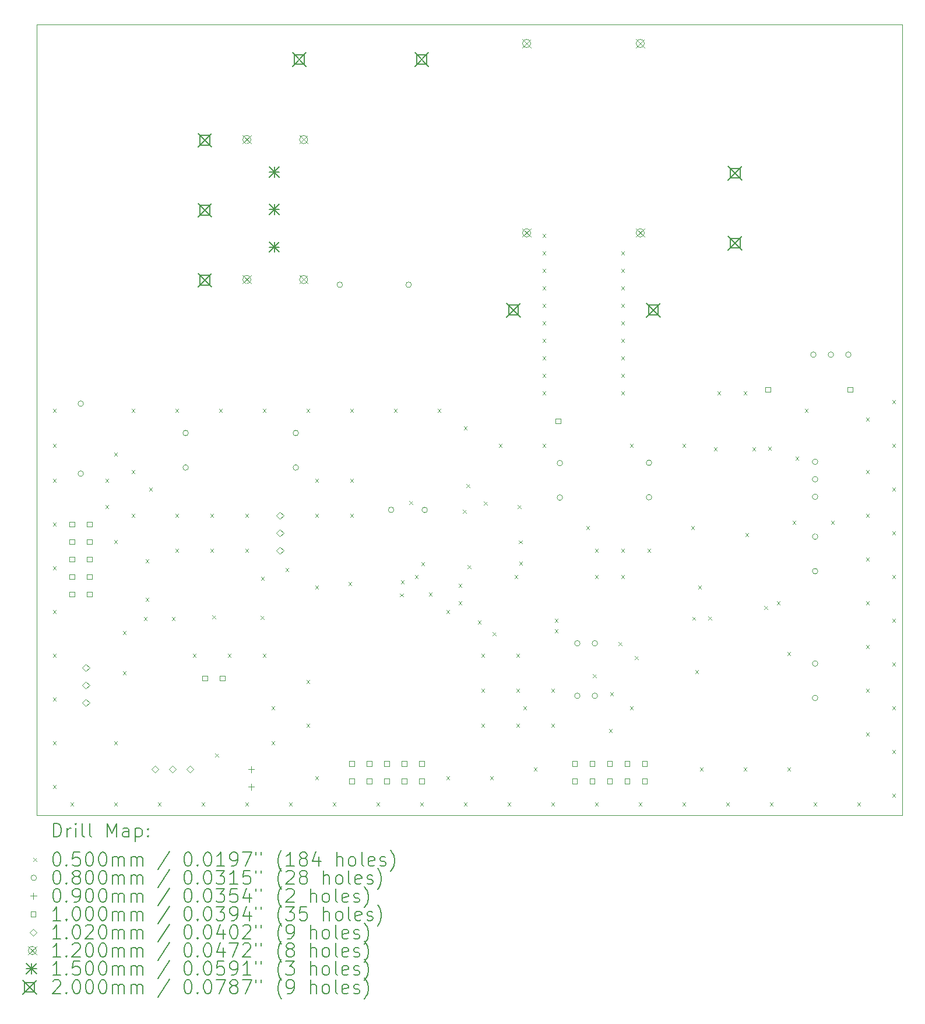
<source format=gbr>
%TF.GenerationSoftware,KiCad,Pcbnew,7.0.2*%
%TF.CreationDate,2023-08-05T12:45:41+02:00*%
%TF.ProjectId,Module_2,4d6f6475-6c65-45f3-922e-6b696361645f,rev?*%
%TF.SameCoordinates,Original*%
%TF.FileFunction,Drillmap*%
%TF.FilePolarity,Positive*%
%FSLAX45Y45*%
G04 Gerber Fmt 4.5, Leading zero omitted, Abs format (unit mm)*
G04 Created by KiCad (PCBNEW 7.0.2) date 2023-08-05 12:45:41*
%MOMM*%
%LPD*%
G01*
G04 APERTURE LIST*
%ADD10C,0.100000*%
%ADD11C,0.200000*%
%ADD12C,0.050000*%
%ADD13C,0.080000*%
%ADD14C,0.090000*%
%ADD15C,0.102000*%
%ADD16C,0.120000*%
%ADD17C,0.150000*%
G04 APERTURE END LIST*
D10*
X4061460Y-3028000D02*
X16637000Y-3028000D01*
X16637000Y-14508800D01*
X4061460Y-14508800D01*
X4061460Y-3028000D01*
D11*
D12*
X4293000Y-8611000D02*
X4343000Y-8661000D01*
X4343000Y-8611000D02*
X4293000Y-8661000D01*
X4293000Y-9119000D02*
X4343000Y-9169000D01*
X4343000Y-9119000D02*
X4293000Y-9169000D01*
X4293000Y-9627000D02*
X4343000Y-9677000D01*
X4343000Y-9627000D02*
X4293000Y-9677000D01*
X4293000Y-10262000D02*
X4343000Y-10312000D01*
X4343000Y-10262000D02*
X4293000Y-10312000D01*
X4293000Y-10897000D02*
X4343000Y-10947000D01*
X4343000Y-10897000D02*
X4293000Y-10947000D01*
X4293000Y-11532000D02*
X4343000Y-11582000D01*
X4343000Y-11532000D02*
X4293000Y-11582000D01*
X4293000Y-12167000D02*
X4343000Y-12217000D01*
X4343000Y-12167000D02*
X4293000Y-12217000D01*
X4293000Y-12802000D02*
X4343000Y-12852000D01*
X4343000Y-12802000D02*
X4293000Y-12852000D01*
X4293000Y-13437000D02*
X4343000Y-13487000D01*
X4343000Y-13437000D02*
X4293000Y-13487000D01*
X4293000Y-14072000D02*
X4343000Y-14122000D01*
X4343000Y-14072000D02*
X4293000Y-14122000D01*
X4547000Y-14326000D02*
X4597000Y-14376000D01*
X4597000Y-14326000D02*
X4547000Y-14376000D01*
X5055000Y-9627000D02*
X5105000Y-9677000D01*
X5105000Y-9627000D02*
X5055000Y-9677000D01*
X5055000Y-10008000D02*
X5105000Y-10058000D01*
X5105000Y-10008000D02*
X5055000Y-10058000D01*
X5182000Y-9246000D02*
X5232000Y-9296000D01*
X5232000Y-9246000D02*
X5182000Y-9296000D01*
X5182000Y-10516000D02*
X5232000Y-10566000D01*
X5232000Y-10516000D02*
X5182000Y-10566000D01*
X5182000Y-13437000D02*
X5232000Y-13487000D01*
X5232000Y-13437000D02*
X5182000Y-13487000D01*
X5182000Y-14326000D02*
X5232000Y-14376000D01*
X5232000Y-14326000D02*
X5182000Y-14376000D01*
X5309000Y-11836800D02*
X5359000Y-11886800D01*
X5359000Y-11836800D02*
X5309000Y-11886800D01*
X5309000Y-12421000D02*
X5359000Y-12471000D01*
X5359000Y-12421000D02*
X5309000Y-12471000D01*
X5436000Y-8611000D02*
X5486000Y-8661000D01*
X5486000Y-8611000D02*
X5436000Y-8661000D01*
X5436000Y-9500000D02*
X5486000Y-9550000D01*
X5486000Y-9500000D02*
X5436000Y-9550000D01*
X5436000Y-10135000D02*
X5486000Y-10185000D01*
X5486000Y-10135000D02*
X5436000Y-10185000D01*
X5613800Y-11633600D02*
X5663800Y-11683600D01*
X5663800Y-11633600D02*
X5613800Y-11683600D01*
X5639200Y-10795400D02*
X5689200Y-10845400D01*
X5689200Y-10795400D02*
X5639200Y-10845400D01*
X5639200Y-11354200D02*
X5689200Y-11404200D01*
X5689200Y-11354200D02*
X5639200Y-11404200D01*
X5690000Y-9754000D02*
X5740000Y-9804000D01*
X5740000Y-9754000D02*
X5690000Y-9804000D01*
X5817000Y-14326000D02*
X5867000Y-14376000D01*
X5867000Y-14326000D02*
X5817000Y-14376000D01*
X6020200Y-11633600D02*
X6070200Y-11683600D01*
X6070200Y-11633600D02*
X6020200Y-11683600D01*
X6071000Y-8611000D02*
X6121000Y-8661000D01*
X6121000Y-8611000D02*
X6071000Y-8661000D01*
X6071000Y-10135000D02*
X6121000Y-10185000D01*
X6121000Y-10135000D02*
X6071000Y-10185000D01*
X6071000Y-10643000D02*
X6121000Y-10693000D01*
X6121000Y-10643000D02*
X6071000Y-10693000D01*
X6325000Y-12167000D02*
X6375000Y-12217000D01*
X6375000Y-12167000D02*
X6325000Y-12217000D01*
X6452000Y-14326000D02*
X6502000Y-14376000D01*
X6502000Y-14326000D02*
X6452000Y-14376000D01*
X6579000Y-10135000D02*
X6629000Y-10185000D01*
X6629000Y-10135000D02*
X6579000Y-10185000D01*
X6579000Y-10643000D02*
X6629000Y-10693000D01*
X6629000Y-10643000D02*
X6579000Y-10693000D01*
X6610647Y-11608252D02*
X6660647Y-11658252D01*
X6660647Y-11608252D02*
X6610647Y-11658252D01*
X6647588Y-13612991D02*
X6697588Y-13662991D01*
X6697588Y-13612991D02*
X6647588Y-13662991D01*
X6706000Y-8611000D02*
X6756000Y-8661000D01*
X6756000Y-8611000D02*
X6706000Y-8661000D01*
X6833000Y-12167000D02*
X6883000Y-12217000D01*
X6883000Y-12167000D02*
X6833000Y-12217000D01*
X7087000Y-10135000D02*
X7137000Y-10185000D01*
X7137000Y-10135000D02*
X7087000Y-10185000D01*
X7087000Y-10643000D02*
X7137000Y-10693000D01*
X7137000Y-10643000D02*
X7087000Y-10693000D01*
X7087000Y-14326000D02*
X7137000Y-14376000D01*
X7137000Y-14326000D02*
X7087000Y-14376000D01*
X7309589Y-11614784D02*
X7359589Y-11664784D01*
X7359589Y-11614784D02*
X7309589Y-11664784D01*
X7315600Y-11049400D02*
X7365600Y-11099400D01*
X7365600Y-11049400D02*
X7315600Y-11099400D01*
X7341000Y-8611000D02*
X7391000Y-8661000D01*
X7391000Y-8611000D02*
X7341000Y-8661000D01*
X7341000Y-12167000D02*
X7391000Y-12217000D01*
X7391000Y-12167000D02*
X7341000Y-12217000D01*
X7468000Y-12929000D02*
X7518000Y-12979000D01*
X7518000Y-12929000D02*
X7468000Y-12979000D01*
X7468000Y-13437000D02*
X7518000Y-13487000D01*
X7518000Y-13437000D02*
X7468000Y-13487000D01*
X7671200Y-10922400D02*
X7721200Y-10972400D01*
X7721200Y-10922400D02*
X7671200Y-10972400D01*
X7722000Y-14326000D02*
X7772000Y-14376000D01*
X7772000Y-14326000D02*
X7722000Y-14376000D01*
X7976000Y-8611000D02*
X8026000Y-8661000D01*
X8026000Y-8611000D02*
X7976000Y-8661000D01*
X7976000Y-12548000D02*
X8026000Y-12598000D01*
X8026000Y-12548000D02*
X7976000Y-12598000D01*
X7976000Y-13183000D02*
X8026000Y-13233000D01*
X8026000Y-13183000D02*
X7976000Y-13233000D01*
X8103000Y-9627000D02*
X8153000Y-9677000D01*
X8153000Y-9627000D02*
X8103000Y-9677000D01*
X8103000Y-10135000D02*
X8153000Y-10185000D01*
X8153000Y-10135000D02*
X8103000Y-10185000D01*
X8103000Y-11176400D02*
X8153000Y-11226400D01*
X8153000Y-11176400D02*
X8103000Y-11226400D01*
X8103000Y-13945000D02*
X8153000Y-13995000D01*
X8153000Y-13945000D02*
X8103000Y-13995000D01*
X8357000Y-14326000D02*
X8407000Y-14376000D01*
X8407000Y-14326000D02*
X8357000Y-14376000D01*
X8585600Y-11125600D02*
X8635600Y-11175600D01*
X8635600Y-11125600D02*
X8585600Y-11175600D01*
X8611000Y-8611000D02*
X8661000Y-8661000D01*
X8661000Y-8611000D02*
X8611000Y-8661000D01*
X8611000Y-9627000D02*
X8661000Y-9677000D01*
X8661000Y-9627000D02*
X8611000Y-9677000D01*
X8611000Y-10135000D02*
X8661000Y-10185000D01*
X8661000Y-10135000D02*
X8611000Y-10185000D01*
X8992000Y-14326000D02*
X9042000Y-14376000D01*
X9042000Y-14326000D02*
X8992000Y-14376000D01*
X9246000Y-8611000D02*
X9296000Y-8661000D01*
X9296000Y-8611000D02*
X9246000Y-8661000D01*
X9335941Y-11288190D02*
X9385941Y-11338190D01*
X9385941Y-11288190D02*
X9335941Y-11338190D01*
X9347600Y-11100200D02*
X9397600Y-11150200D01*
X9397600Y-11100200D02*
X9347600Y-11150200D01*
X9467325Y-9945495D02*
X9517325Y-9995495D01*
X9517325Y-9945495D02*
X9467325Y-9995495D01*
X9550800Y-11024000D02*
X9600800Y-11074000D01*
X9600800Y-11024000D02*
X9550800Y-11074000D01*
X9627000Y-14326000D02*
X9677000Y-14376000D01*
X9677000Y-14326000D02*
X9627000Y-14376000D01*
X9643774Y-10838936D02*
X9693774Y-10888936D01*
X9693774Y-10838936D02*
X9643774Y-10888936D01*
X9754000Y-11278000D02*
X9804000Y-11328000D01*
X9804000Y-11278000D02*
X9754000Y-11328000D01*
X9881000Y-8611000D02*
X9931000Y-8661000D01*
X9931000Y-8611000D02*
X9881000Y-8661000D01*
X10008000Y-11532000D02*
X10058000Y-11582000D01*
X10058000Y-11532000D02*
X10008000Y-11582000D01*
X10008000Y-13945000D02*
X10058000Y-13995000D01*
X10058000Y-13945000D02*
X10008000Y-13995000D01*
X10185800Y-11151000D02*
X10235800Y-11201000D01*
X10235800Y-11151000D02*
X10185800Y-11201000D01*
X10185800Y-11405000D02*
X10235800Y-11455000D01*
X10235800Y-11405000D02*
X10185800Y-11455000D01*
X10248167Y-10070447D02*
X10298167Y-10120447D01*
X10298167Y-10070447D02*
X10248167Y-10120447D01*
X10262000Y-8865000D02*
X10312000Y-8915000D01*
X10312000Y-8865000D02*
X10262000Y-8915000D01*
X10262000Y-14326000D02*
X10312000Y-14376000D01*
X10312000Y-14326000D02*
X10262000Y-14376000D01*
X10297521Y-9704646D02*
X10347521Y-9754646D01*
X10347521Y-9704646D02*
X10297521Y-9754646D01*
X10317653Y-10875805D02*
X10367653Y-10925805D01*
X10367653Y-10875805D02*
X10317653Y-10925805D01*
X10465200Y-11684400D02*
X10515200Y-11734400D01*
X10515200Y-11684400D02*
X10465200Y-11734400D01*
X10516000Y-12167000D02*
X10566000Y-12217000D01*
X10566000Y-12167000D02*
X10516000Y-12217000D01*
X10516000Y-12675000D02*
X10566000Y-12725000D01*
X10566000Y-12675000D02*
X10516000Y-12725000D01*
X10516000Y-13183000D02*
X10566000Y-13233000D01*
X10566000Y-13183000D02*
X10516000Y-13233000D01*
X10553001Y-9957223D02*
X10603001Y-10007223D01*
X10603001Y-9957223D02*
X10553001Y-10007223D01*
X10643000Y-13945000D02*
X10693000Y-13995000D01*
X10693000Y-13945000D02*
X10643000Y-13995000D01*
X10680303Y-11848703D02*
X10730303Y-11898703D01*
X10730303Y-11848703D02*
X10680303Y-11898703D01*
X10770000Y-9119000D02*
X10820000Y-9169000D01*
X10820000Y-9119000D02*
X10770000Y-9169000D01*
X10897000Y-14326000D02*
X10947000Y-14376000D01*
X10947000Y-14326000D02*
X10897000Y-14376000D01*
X10998600Y-11024000D02*
X11048600Y-11074000D01*
X11048600Y-11024000D02*
X10998600Y-11074000D01*
X11024000Y-12167000D02*
X11074000Y-12217000D01*
X11074000Y-12167000D02*
X11024000Y-12217000D01*
X11024000Y-12675000D02*
X11074000Y-12725000D01*
X11074000Y-12675000D02*
X11024000Y-12725000D01*
X11024000Y-13183000D02*
X11074000Y-13233000D01*
X11074000Y-13183000D02*
X11024000Y-13233000D01*
X11046543Y-10006577D02*
X11096543Y-10056577D01*
X11096543Y-10006577D02*
X11046543Y-10056577D01*
X11060604Y-10517650D02*
X11110604Y-10567650D01*
X11110604Y-10517650D02*
X11060604Y-10567650D01*
X11066410Y-10829259D02*
X11116410Y-10879259D01*
X11116410Y-10829259D02*
X11066410Y-10879259D01*
X11125600Y-12929000D02*
X11175600Y-12979000D01*
X11175600Y-12929000D02*
X11125600Y-12979000D01*
X11278000Y-13818000D02*
X11328000Y-13868000D01*
X11328000Y-13818000D02*
X11278000Y-13868000D01*
X11405000Y-6071000D02*
X11455000Y-6121000D01*
X11455000Y-6071000D02*
X11405000Y-6121000D01*
X11405000Y-6325000D02*
X11455000Y-6375000D01*
X11455000Y-6325000D02*
X11405000Y-6375000D01*
X11405000Y-6579000D02*
X11455000Y-6629000D01*
X11455000Y-6579000D02*
X11405000Y-6629000D01*
X11405000Y-6833000D02*
X11455000Y-6883000D01*
X11455000Y-6833000D02*
X11405000Y-6883000D01*
X11405000Y-7087000D02*
X11455000Y-7137000D01*
X11455000Y-7087000D02*
X11405000Y-7137000D01*
X11405000Y-7341000D02*
X11455000Y-7391000D01*
X11455000Y-7341000D02*
X11405000Y-7391000D01*
X11405000Y-7595000D02*
X11455000Y-7645000D01*
X11455000Y-7595000D02*
X11405000Y-7645000D01*
X11405000Y-7849000D02*
X11455000Y-7899000D01*
X11455000Y-7849000D02*
X11405000Y-7899000D01*
X11405000Y-8103000D02*
X11455000Y-8153000D01*
X11455000Y-8103000D02*
X11405000Y-8153000D01*
X11405000Y-8357000D02*
X11455000Y-8407000D01*
X11455000Y-8357000D02*
X11405000Y-8407000D01*
X11405000Y-9119000D02*
X11455000Y-9169000D01*
X11455000Y-9119000D02*
X11405000Y-9169000D01*
X11532000Y-12675000D02*
X11582000Y-12725000D01*
X11582000Y-12675000D02*
X11532000Y-12725000D01*
X11532000Y-13183000D02*
X11582000Y-13233000D01*
X11582000Y-13183000D02*
X11532000Y-13233000D01*
X11532000Y-14326000D02*
X11582000Y-14376000D01*
X11582000Y-14326000D02*
X11532000Y-14376000D01*
X11582800Y-11659000D02*
X11632800Y-11709000D01*
X11632800Y-11659000D02*
X11582800Y-11709000D01*
X11582800Y-11811400D02*
X11632800Y-11861400D01*
X11632800Y-11811400D02*
X11582800Y-11861400D01*
X12040000Y-10312800D02*
X12090000Y-10362800D01*
X12090000Y-10312800D02*
X12040000Y-10362800D01*
X12137910Y-12462269D02*
X12187910Y-12512269D01*
X12187910Y-12462269D02*
X12137910Y-12512269D01*
X12167000Y-10643000D02*
X12217000Y-10693000D01*
X12217000Y-10643000D02*
X12167000Y-10693000D01*
X12167000Y-11024000D02*
X12217000Y-11074000D01*
X12217000Y-11024000D02*
X12167000Y-11074000D01*
X12167000Y-14326000D02*
X12217000Y-14376000D01*
X12217000Y-14326000D02*
X12167000Y-14376000D01*
X12370200Y-13259200D02*
X12420200Y-13309200D01*
X12420200Y-13259200D02*
X12370200Y-13309200D01*
X12387584Y-12726459D02*
X12437584Y-12776459D01*
X12437584Y-12726459D02*
X12387584Y-12776459D01*
X12509518Y-11997760D02*
X12559518Y-12047760D01*
X12559518Y-11997760D02*
X12509518Y-12047760D01*
X12548000Y-6325000D02*
X12598000Y-6375000D01*
X12598000Y-6325000D02*
X12548000Y-6375000D01*
X12548000Y-6579000D02*
X12598000Y-6629000D01*
X12598000Y-6579000D02*
X12548000Y-6629000D01*
X12548000Y-6833000D02*
X12598000Y-6883000D01*
X12598000Y-6833000D02*
X12548000Y-6883000D01*
X12548000Y-7087000D02*
X12598000Y-7137000D01*
X12598000Y-7087000D02*
X12548000Y-7137000D01*
X12548000Y-7341000D02*
X12598000Y-7391000D01*
X12598000Y-7341000D02*
X12548000Y-7391000D01*
X12548000Y-7595000D02*
X12598000Y-7645000D01*
X12598000Y-7595000D02*
X12548000Y-7645000D01*
X12548000Y-7849000D02*
X12598000Y-7899000D01*
X12598000Y-7849000D02*
X12548000Y-7899000D01*
X12548000Y-8103000D02*
X12598000Y-8153000D01*
X12598000Y-8103000D02*
X12548000Y-8153000D01*
X12548000Y-8357000D02*
X12598000Y-8407000D01*
X12598000Y-8357000D02*
X12548000Y-8407000D01*
X12548000Y-10643000D02*
X12598000Y-10693000D01*
X12598000Y-10643000D02*
X12548000Y-10693000D01*
X12548000Y-11024000D02*
X12598000Y-11074000D01*
X12598000Y-11024000D02*
X12548000Y-11074000D01*
X12675000Y-9119000D02*
X12725000Y-9169000D01*
X12725000Y-9119000D02*
X12675000Y-9169000D01*
X12675000Y-12929000D02*
X12725000Y-12979000D01*
X12725000Y-12929000D02*
X12675000Y-12979000D01*
X12746099Y-12200415D02*
X12796099Y-12250415D01*
X12796099Y-12200415D02*
X12746099Y-12250415D01*
X12802000Y-14326000D02*
X12852000Y-14376000D01*
X12852000Y-14326000D02*
X12802000Y-14376000D01*
X12929000Y-10643000D02*
X12979000Y-10693000D01*
X12979000Y-10643000D02*
X12929000Y-10693000D01*
X13437000Y-9119000D02*
X13487000Y-9169000D01*
X13487000Y-9119000D02*
X13437000Y-9169000D01*
X13437000Y-14326000D02*
X13487000Y-14376000D01*
X13487000Y-14326000D02*
X13437000Y-14376000D01*
X13564000Y-10312800D02*
X13614000Y-10362800D01*
X13614000Y-10312800D02*
X13564000Y-10362800D01*
X13581419Y-11626837D02*
X13631419Y-11676837D01*
X13631419Y-11626837D02*
X13581419Y-11676837D01*
X13623788Y-12402954D02*
X13673788Y-12452954D01*
X13673788Y-12402954D02*
X13623788Y-12452954D01*
X13665600Y-11176400D02*
X13715600Y-11226400D01*
X13715600Y-11176400D02*
X13665600Y-11226400D01*
X13691000Y-13818000D02*
X13741000Y-13868000D01*
X13741000Y-13818000D02*
X13691000Y-13868000D01*
X13812876Y-11625642D02*
X13862876Y-11675642D01*
X13862876Y-11625642D02*
X13812876Y-11675642D01*
X13894200Y-9169800D02*
X13944200Y-9219800D01*
X13944200Y-9169800D02*
X13894200Y-9219800D01*
X13945000Y-8357000D02*
X13995000Y-8407000D01*
X13995000Y-8357000D02*
X13945000Y-8407000D01*
X14072000Y-14326000D02*
X14122000Y-14376000D01*
X14122000Y-14326000D02*
X14072000Y-14376000D01*
X14326000Y-8357000D02*
X14376000Y-8407000D01*
X14376000Y-8357000D02*
X14326000Y-8407000D01*
X14326000Y-13818000D02*
X14376000Y-13868000D01*
X14376000Y-13818000D02*
X14326000Y-13868000D01*
X14351400Y-10414400D02*
X14401400Y-10464400D01*
X14401400Y-10414400D02*
X14351400Y-10464400D01*
X14453000Y-9169800D02*
X14503000Y-9219800D01*
X14503000Y-9169800D02*
X14453000Y-9219800D01*
X14625768Y-11468870D02*
X14675768Y-11518870D01*
X14675768Y-11468870D02*
X14625768Y-11518870D01*
X14681611Y-9158107D02*
X14731611Y-9208107D01*
X14731611Y-9158107D02*
X14681611Y-9208107D01*
X14707000Y-14326000D02*
X14757000Y-14376000D01*
X14757000Y-14326000D02*
X14707000Y-14376000D01*
X14808600Y-11405000D02*
X14858600Y-11455000D01*
X14858600Y-11405000D02*
X14808600Y-11455000D01*
X14961000Y-12141600D02*
X15011000Y-12191600D01*
X15011000Y-12141600D02*
X14961000Y-12191600D01*
X14961000Y-13818000D02*
X15011000Y-13868000D01*
X15011000Y-13818000D02*
X14961000Y-13868000D01*
X15037200Y-10236600D02*
X15087200Y-10286600D01*
X15087200Y-10236600D02*
X15037200Y-10286600D01*
X15079348Y-9306169D02*
X15129348Y-9356169D01*
X15129348Y-9306169D02*
X15079348Y-9356169D01*
X15215000Y-8611000D02*
X15265000Y-8661000D01*
X15265000Y-8611000D02*
X15215000Y-8661000D01*
X15342000Y-14326000D02*
X15392000Y-14376000D01*
X15392000Y-14326000D02*
X15342000Y-14376000D01*
X15596000Y-10236600D02*
X15646000Y-10286600D01*
X15646000Y-10236600D02*
X15596000Y-10286600D01*
X15977000Y-14326000D02*
X16027000Y-14376000D01*
X16027000Y-14326000D02*
X15977000Y-14376000D01*
X16104000Y-8738000D02*
X16154000Y-8788000D01*
X16154000Y-8738000D02*
X16104000Y-8788000D01*
X16104000Y-9500000D02*
X16154000Y-9550000D01*
X16154000Y-9500000D02*
X16104000Y-9550000D01*
X16104000Y-10135000D02*
X16154000Y-10185000D01*
X16154000Y-10135000D02*
X16104000Y-10185000D01*
X16104000Y-10770000D02*
X16154000Y-10820000D01*
X16154000Y-10770000D02*
X16104000Y-10820000D01*
X16104000Y-11405000D02*
X16154000Y-11455000D01*
X16154000Y-11405000D02*
X16104000Y-11455000D01*
X16104000Y-12040000D02*
X16154000Y-12090000D01*
X16154000Y-12040000D02*
X16104000Y-12090000D01*
X16104000Y-12675000D02*
X16154000Y-12725000D01*
X16154000Y-12675000D02*
X16104000Y-12725000D01*
X16104000Y-13310000D02*
X16154000Y-13360000D01*
X16154000Y-13310000D02*
X16104000Y-13360000D01*
X16485000Y-8484000D02*
X16535000Y-8534000D01*
X16535000Y-8484000D02*
X16485000Y-8534000D01*
X16485000Y-9119000D02*
X16535000Y-9169000D01*
X16535000Y-9119000D02*
X16485000Y-9169000D01*
X16485000Y-9754000D02*
X16535000Y-9804000D01*
X16535000Y-9754000D02*
X16485000Y-9804000D01*
X16485000Y-10389000D02*
X16535000Y-10439000D01*
X16535000Y-10389000D02*
X16485000Y-10439000D01*
X16485000Y-11024000D02*
X16535000Y-11074000D01*
X16535000Y-11024000D02*
X16485000Y-11074000D01*
X16485000Y-11659000D02*
X16535000Y-11709000D01*
X16535000Y-11659000D02*
X16485000Y-11709000D01*
X16485000Y-12294000D02*
X16535000Y-12344000D01*
X16535000Y-12294000D02*
X16485000Y-12344000D01*
X16485000Y-12929000D02*
X16535000Y-12979000D01*
X16535000Y-12929000D02*
X16485000Y-12979000D01*
X16485000Y-13564000D02*
X16535000Y-13614000D01*
X16535000Y-13564000D02*
X16485000Y-13614000D01*
X16485000Y-14199000D02*
X16535000Y-14249000D01*
X16535000Y-14199000D02*
X16485000Y-14249000D01*
D13*
X4739000Y-8534400D02*
G75*
G03*
X4739000Y-8534400I-40000J0D01*
G01*
X4739000Y-9550400D02*
G75*
G03*
X4739000Y-9550400I-40000J0D01*
G01*
X6263000Y-8960465D02*
G75*
G03*
X6263000Y-8960465I-40000J0D01*
G01*
X6263000Y-9460465D02*
G75*
G03*
X6263000Y-9460465I-40000J0D01*
G01*
X7863200Y-8960465D02*
G75*
G03*
X7863200Y-8960465I-40000J0D01*
G01*
X7863200Y-9460465D02*
G75*
G03*
X7863200Y-9460465I-40000J0D01*
G01*
X8502200Y-6807200D02*
G75*
G03*
X8502200Y-6807200I-40000J0D01*
G01*
X9247500Y-10076500D02*
G75*
G03*
X9247500Y-10076500I-40000J0D01*
G01*
X9502200Y-6807200D02*
G75*
G03*
X9502200Y-6807200I-40000J0D01*
G01*
X9735500Y-10076500D02*
G75*
G03*
X9735500Y-10076500I-40000J0D01*
G01*
X11698600Y-9398000D02*
G75*
G03*
X11698600Y-9398000I-40000J0D01*
G01*
X11698600Y-9898000D02*
G75*
G03*
X11698600Y-9898000I-40000J0D01*
G01*
X11952600Y-12014200D02*
G75*
G03*
X11952600Y-12014200I-40000J0D01*
G01*
X11952600Y-12776200D02*
G75*
G03*
X11952600Y-12776200I-40000J0D01*
G01*
X12206600Y-12014200D02*
G75*
G03*
X12206600Y-12014200I-40000J0D01*
G01*
X12206600Y-12776200D02*
G75*
G03*
X12206600Y-12776200I-40000J0D01*
G01*
X12994000Y-9392265D02*
G75*
G03*
X12994000Y-9392265I-40000J0D01*
G01*
X12994000Y-9892265D02*
G75*
G03*
X12994000Y-9892265I-40000J0D01*
G01*
X15381600Y-7823200D02*
G75*
G03*
X15381600Y-7823200I-40000J0D01*
G01*
X15407000Y-9378000D02*
G75*
G03*
X15407000Y-9378000I-40000J0D01*
G01*
X15407000Y-9632000D02*
G75*
G03*
X15407000Y-9632000I-40000J0D01*
G01*
X15407000Y-9886000D02*
G75*
G03*
X15407000Y-9886000I-40000J0D01*
G01*
X15407000Y-10465500D02*
G75*
G03*
X15407000Y-10465500I-40000J0D01*
G01*
X15407000Y-10965500D02*
G75*
G03*
X15407000Y-10965500I-40000J0D01*
G01*
X15407000Y-12307000D02*
G75*
G03*
X15407000Y-12307000I-40000J0D01*
G01*
X15407000Y-12807000D02*
G75*
G03*
X15407000Y-12807000I-40000J0D01*
G01*
X15635600Y-7823200D02*
G75*
G03*
X15635600Y-7823200I-40000J0D01*
G01*
X15889600Y-7823200D02*
G75*
G03*
X15889600Y-7823200I-40000J0D01*
G01*
D14*
X7175500Y-13798000D02*
X7175500Y-13888000D01*
X7130500Y-13843000D02*
X7220500Y-13843000D01*
X7175500Y-14052000D02*
X7175500Y-14142000D01*
X7130500Y-14097000D02*
X7220500Y-14097000D01*
D10*
X4607356Y-10322356D02*
X4607356Y-10251644D01*
X4536644Y-10251644D01*
X4536644Y-10322356D01*
X4607356Y-10322356D01*
X4607356Y-10576356D02*
X4607356Y-10505644D01*
X4536644Y-10505644D01*
X4536644Y-10576356D01*
X4607356Y-10576356D01*
X4607356Y-10830356D02*
X4607356Y-10759644D01*
X4536644Y-10759644D01*
X4536644Y-10830356D01*
X4607356Y-10830356D01*
X4607356Y-11084356D02*
X4607356Y-11013644D01*
X4536644Y-11013644D01*
X4536644Y-11084356D01*
X4607356Y-11084356D01*
X4607356Y-11338356D02*
X4607356Y-11267644D01*
X4536644Y-11267644D01*
X4536644Y-11338356D01*
X4607356Y-11338356D01*
X4861356Y-10322356D02*
X4861356Y-10251644D01*
X4790644Y-10251644D01*
X4790644Y-10322356D01*
X4861356Y-10322356D01*
X4861356Y-10576356D02*
X4861356Y-10505644D01*
X4790644Y-10505644D01*
X4790644Y-10576356D01*
X4861356Y-10576356D01*
X4861356Y-10830356D02*
X4861356Y-10759644D01*
X4790644Y-10759644D01*
X4790644Y-10830356D01*
X4861356Y-10830356D01*
X4861356Y-11084356D02*
X4861356Y-11013644D01*
X4790644Y-11013644D01*
X4790644Y-11084356D01*
X4861356Y-11084356D01*
X4861356Y-11338356D02*
X4861356Y-11267644D01*
X4790644Y-11267644D01*
X4790644Y-11338356D01*
X4861356Y-11338356D01*
X6537256Y-12557556D02*
X6537256Y-12486844D01*
X6466544Y-12486844D01*
X6466544Y-12557556D01*
X6537256Y-12557556D01*
X6791256Y-12557556D02*
X6791256Y-12486844D01*
X6720544Y-12486844D01*
X6720544Y-12557556D01*
X6791256Y-12557556D01*
X8671356Y-13794856D02*
X8671356Y-13724144D01*
X8600644Y-13724144D01*
X8600644Y-13794856D01*
X8671356Y-13794856D01*
X8671356Y-14048856D02*
X8671356Y-13978144D01*
X8600644Y-13978144D01*
X8600644Y-14048856D01*
X8671356Y-14048856D01*
X8925356Y-13794856D02*
X8925356Y-13724144D01*
X8854644Y-13724144D01*
X8854644Y-13794856D01*
X8925356Y-13794856D01*
X8925356Y-14048856D02*
X8925356Y-13978144D01*
X8854644Y-13978144D01*
X8854644Y-14048856D01*
X8925356Y-14048856D01*
X9179356Y-13794856D02*
X9179356Y-13724144D01*
X9108644Y-13724144D01*
X9108644Y-13794856D01*
X9179356Y-13794856D01*
X9179356Y-14048856D02*
X9179356Y-13978144D01*
X9108644Y-13978144D01*
X9108644Y-14048856D01*
X9179356Y-14048856D01*
X9433356Y-13794856D02*
X9433356Y-13724144D01*
X9362644Y-13724144D01*
X9362644Y-13794856D01*
X9433356Y-13794856D01*
X9433356Y-14048856D02*
X9433356Y-13978144D01*
X9362644Y-13978144D01*
X9362644Y-14048856D01*
X9433356Y-14048856D01*
X9687356Y-13794856D02*
X9687356Y-13724144D01*
X9616644Y-13724144D01*
X9616644Y-13794856D01*
X9687356Y-13794856D01*
X9687356Y-14048856D02*
X9687356Y-13978144D01*
X9616644Y-13978144D01*
X9616644Y-14048856D01*
X9687356Y-14048856D01*
X11668556Y-8823756D02*
X11668556Y-8753044D01*
X11597844Y-8753044D01*
X11597844Y-8823756D01*
X11668556Y-8823756D01*
X11909856Y-13794856D02*
X11909856Y-13724144D01*
X11839144Y-13724144D01*
X11839144Y-13794856D01*
X11909856Y-13794856D01*
X11909856Y-14048856D02*
X11909856Y-13978144D01*
X11839144Y-13978144D01*
X11839144Y-14048856D01*
X11909856Y-14048856D01*
X12163856Y-13794856D02*
X12163856Y-13724144D01*
X12093144Y-13724144D01*
X12093144Y-13794856D01*
X12163856Y-13794856D01*
X12163856Y-14048856D02*
X12163856Y-13978144D01*
X12093144Y-13978144D01*
X12093144Y-14048856D01*
X12163856Y-14048856D01*
X12417856Y-13794856D02*
X12417856Y-13724144D01*
X12347144Y-13724144D01*
X12347144Y-13794856D01*
X12417856Y-13794856D01*
X12417856Y-14048856D02*
X12417856Y-13978144D01*
X12347144Y-13978144D01*
X12347144Y-14048856D01*
X12417856Y-14048856D01*
X12671856Y-13794856D02*
X12671856Y-13724144D01*
X12601144Y-13724144D01*
X12601144Y-13794856D01*
X12671856Y-13794856D01*
X12671856Y-14048856D02*
X12671856Y-13978144D01*
X12601144Y-13978144D01*
X12601144Y-14048856D01*
X12671856Y-14048856D01*
X12925856Y-13794856D02*
X12925856Y-13724144D01*
X12855144Y-13724144D01*
X12855144Y-13794856D01*
X12925856Y-13794856D01*
X12925856Y-14048856D02*
X12925856Y-13978144D01*
X12855144Y-13978144D01*
X12855144Y-14048856D01*
X12925856Y-14048856D01*
X14716556Y-8366556D02*
X14716556Y-8295844D01*
X14645844Y-8295844D01*
X14645844Y-8366556D01*
X14716556Y-8366556D01*
X15910356Y-8366556D02*
X15910356Y-8295844D01*
X15839644Y-8295844D01*
X15839644Y-8366556D01*
X15910356Y-8366556D01*
D15*
X4775200Y-12420800D02*
X4826200Y-12369800D01*
X4775200Y-12318800D01*
X4724200Y-12369800D01*
X4775200Y-12420800D01*
X4775200Y-12674800D02*
X4826200Y-12623800D01*
X4775200Y-12572800D01*
X4724200Y-12623800D01*
X4775200Y-12674800D01*
X4775200Y-12928800D02*
X4826200Y-12877800D01*
X4775200Y-12826800D01*
X4724200Y-12877800D01*
X4775200Y-12928800D01*
X5778500Y-13894000D02*
X5829500Y-13843000D01*
X5778500Y-13792000D01*
X5727500Y-13843000D01*
X5778500Y-13894000D01*
X6032500Y-13894000D02*
X6083500Y-13843000D01*
X6032500Y-13792000D01*
X5981500Y-13843000D01*
X6032500Y-13894000D01*
X6286500Y-13894000D02*
X6337500Y-13843000D01*
X6286500Y-13792000D01*
X6235500Y-13843000D01*
X6286500Y-13894000D01*
X7594600Y-10211000D02*
X7645600Y-10160000D01*
X7594600Y-10109000D01*
X7543600Y-10160000D01*
X7594600Y-10211000D01*
X7594600Y-10465000D02*
X7645600Y-10414000D01*
X7594600Y-10363000D01*
X7543600Y-10414000D01*
X7594600Y-10465000D01*
X7594600Y-10719000D02*
X7645600Y-10668000D01*
X7594600Y-10617000D01*
X7543600Y-10668000D01*
X7594600Y-10719000D01*
D16*
X7052000Y-4639000D02*
X7172000Y-4759000D01*
X7172000Y-4639000D02*
X7052000Y-4759000D01*
X7172000Y-4699000D02*
G75*
G03*
X7172000Y-4699000I-60000J0D01*
G01*
X7052000Y-6671000D02*
X7172000Y-6791000D01*
X7172000Y-6671000D02*
X7052000Y-6791000D01*
X7172000Y-6731000D02*
G75*
G03*
X7172000Y-6731000I-60000J0D01*
G01*
X7877500Y-4639000D02*
X7997500Y-4759000D01*
X7997500Y-4639000D02*
X7877500Y-4759000D01*
X7997500Y-4699000D02*
G75*
G03*
X7997500Y-4699000I-60000J0D01*
G01*
X7877500Y-6671000D02*
X7997500Y-6791000D01*
X7997500Y-6671000D02*
X7877500Y-6791000D01*
X7997500Y-6731000D02*
G75*
G03*
X7997500Y-6731000I-60000J0D01*
G01*
X11116000Y-3244000D02*
X11236000Y-3364000D01*
X11236000Y-3244000D02*
X11116000Y-3364000D01*
X11236000Y-3304000D02*
G75*
G03*
X11236000Y-3304000I-60000J0D01*
G01*
X11116000Y-5994000D02*
X11236000Y-6114000D01*
X11236000Y-5994000D02*
X11116000Y-6114000D01*
X11236000Y-6054000D02*
G75*
G03*
X11236000Y-6054000I-60000J0D01*
G01*
X12767000Y-3244000D02*
X12887000Y-3364000D01*
X12887000Y-3244000D02*
X12767000Y-3364000D01*
X12887000Y-3304000D02*
G75*
G03*
X12887000Y-3304000I-60000J0D01*
G01*
X12767000Y-5994000D02*
X12887000Y-6114000D01*
X12887000Y-5994000D02*
X12767000Y-6114000D01*
X12887000Y-6054000D02*
G75*
G03*
X12887000Y-6054000I-60000J0D01*
G01*
D17*
X7435500Y-5095000D02*
X7585500Y-5245000D01*
X7585500Y-5095000D02*
X7435500Y-5245000D01*
X7510500Y-5095000D02*
X7510500Y-5245000D01*
X7435500Y-5170000D02*
X7585500Y-5170000D01*
X7435500Y-5640000D02*
X7585500Y-5790000D01*
X7585500Y-5640000D02*
X7435500Y-5790000D01*
X7510500Y-5640000D02*
X7510500Y-5790000D01*
X7435500Y-5715000D02*
X7585500Y-5715000D01*
X7435500Y-6185000D02*
X7585500Y-6335000D01*
X7585500Y-6185000D02*
X7435500Y-6335000D01*
X7510500Y-6185000D02*
X7510500Y-6335000D01*
X7435500Y-6260000D02*
X7585500Y-6260000D01*
D11*
X6402400Y-4608050D02*
X6602400Y-4808050D01*
X6602400Y-4608050D02*
X6402400Y-4808050D01*
X6573111Y-4778761D02*
X6573111Y-4637339D01*
X6431689Y-4637339D01*
X6431689Y-4778761D01*
X6573111Y-4778761D01*
X6402400Y-5624050D02*
X6602400Y-5824050D01*
X6602400Y-5624050D02*
X6402400Y-5824050D01*
X6573111Y-5794761D02*
X6573111Y-5653339D01*
X6431689Y-5653339D01*
X6431689Y-5794761D01*
X6573111Y-5794761D01*
X6402400Y-6640050D02*
X6602400Y-6840050D01*
X6602400Y-6640050D02*
X6402400Y-6840050D01*
X6573111Y-6810761D02*
X6573111Y-6669339D01*
X6431689Y-6669339D01*
X6431689Y-6810761D01*
X6573111Y-6810761D01*
X7774000Y-3436000D02*
X7974000Y-3636000D01*
X7974000Y-3436000D02*
X7774000Y-3636000D01*
X7944711Y-3606711D02*
X7944711Y-3465289D01*
X7803289Y-3465289D01*
X7803289Y-3606711D01*
X7944711Y-3606711D01*
X9552000Y-3436000D02*
X9752000Y-3636000D01*
X9752000Y-3436000D02*
X9552000Y-3636000D01*
X9722711Y-3606711D02*
X9722711Y-3465289D01*
X9581289Y-3465289D01*
X9581289Y-3606711D01*
X9722711Y-3606711D01*
X10885500Y-7075500D02*
X11085500Y-7275500D01*
X11085500Y-7075500D02*
X10885500Y-7275500D01*
X11056211Y-7246211D02*
X11056211Y-7104789D01*
X10914789Y-7104789D01*
X10914789Y-7246211D01*
X11056211Y-7246211D01*
X12917500Y-7075500D02*
X13117500Y-7275500D01*
X13117500Y-7075500D02*
X12917500Y-7275500D01*
X13088211Y-7246211D02*
X13088211Y-7104789D01*
X12946789Y-7104789D01*
X12946789Y-7246211D01*
X13088211Y-7246211D01*
X14104950Y-5087000D02*
X14304950Y-5287000D01*
X14304950Y-5087000D02*
X14104950Y-5287000D01*
X14275661Y-5257711D02*
X14275661Y-5116289D01*
X14134239Y-5116289D01*
X14134239Y-5257711D01*
X14275661Y-5257711D01*
X14104950Y-6103000D02*
X14304950Y-6303000D01*
X14304950Y-6103000D02*
X14104950Y-6303000D01*
X14275661Y-6273711D02*
X14275661Y-6132289D01*
X14134239Y-6132289D01*
X14134239Y-6273711D01*
X14275661Y-6273711D01*
X4304079Y-14826324D02*
X4304079Y-14626324D01*
X4304079Y-14626324D02*
X4351698Y-14626324D01*
X4351698Y-14626324D02*
X4380270Y-14635848D01*
X4380270Y-14635848D02*
X4399317Y-14654895D01*
X4399317Y-14654895D02*
X4408841Y-14673943D01*
X4408841Y-14673943D02*
X4418365Y-14712038D01*
X4418365Y-14712038D02*
X4418365Y-14740609D01*
X4418365Y-14740609D02*
X4408841Y-14778705D01*
X4408841Y-14778705D02*
X4399317Y-14797752D01*
X4399317Y-14797752D02*
X4380270Y-14816800D01*
X4380270Y-14816800D02*
X4351698Y-14826324D01*
X4351698Y-14826324D02*
X4304079Y-14826324D01*
X4504079Y-14826324D02*
X4504079Y-14692990D01*
X4504079Y-14731086D02*
X4513603Y-14712038D01*
X4513603Y-14712038D02*
X4523127Y-14702514D01*
X4523127Y-14702514D02*
X4542174Y-14692990D01*
X4542174Y-14692990D02*
X4561222Y-14692990D01*
X4627889Y-14826324D02*
X4627889Y-14692990D01*
X4627889Y-14626324D02*
X4618365Y-14635848D01*
X4618365Y-14635848D02*
X4627889Y-14645371D01*
X4627889Y-14645371D02*
X4637412Y-14635848D01*
X4637412Y-14635848D02*
X4627889Y-14626324D01*
X4627889Y-14626324D02*
X4627889Y-14645371D01*
X4751698Y-14826324D02*
X4732650Y-14816800D01*
X4732650Y-14816800D02*
X4723127Y-14797752D01*
X4723127Y-14797752D02*
X4723127Y-14626324D01*
X4856460Y-14826324D02*
X4837412Y-14816800D01*
X4837412Y-14816800D02*
X4827889Y-14797752D01*
X4827889Y-14797752D02*
X4827889Y-14626324D01*
X5085031Y-14826324D02*
X5085031Y-14626324D01*
X5085031Y-14626324D02*
X5151698Y-14769181D01*
X5151698Y-14769181D02*
X5218365Y-14626324D01*
X5218365Y-14626324D02*
X5218365Y-14826324D01*
X5399317Y-14826324D02*
X5399317Y-14721562D01*
X5399317Y-14721562D02*
X5389793Y-14702514D01*
X5389793Y-14702514D02*
X5370746Y-14692990D01*
X5370746Y-14692990D02*
X5332650Y-14692990D01*
X5332650Y-14692990D02*
X5313603Y-14702514D01*
X5399317Y-14816800D02*
X5380270Y-14826324D01*
X5380270Y-14826324D02*
X5332650Y-14826324D01*
X5332650Y-14826324D02*
X5313603Y-14816800D01*
X5313603Y-14816800D02*
X5304079Y-14797752D01*
X5304079Y-14797752D02*
X5304079Y-14778705D01*
X5304079Y-14778705D02*
X5313603Y-14759657D01*
X5313603Y-14759657D02*
X5332650Y-14750133D01*
X5332650Y-14750133D02*
X5380270Y-14750133D01*
X5380270Y-14750133D02*
X5399317Y-14740609D01*
X5494555Y-14692990D02*
X5494555Y-14892990D01*
X5494555Y-14702514D02*
X5513603Y-14692990D01*
X5513603Y-14692990D02*
X5551698Y-14692990D01*
X5551698Y-14692990D02*
X5570746Y-14702514D01*
X5570746Y-14702514D02*
X5580270Y-14712038D01*
X5580270Y-14712038D02*
X5589793Y-14731086D01*
X5589793Y-14731086D02*
X5589793Y-14788228D01*
X5589793Y-14788228D02*
X5580270Y-14807276D01*
X5580270Y-14807276D02*
X5570746Y-14816800D01*
X5570746Y-14816800D02*
X5551698Y-14826324D01*
X5551698Y-14826324D02*
X5513603Y-14826324D01*
X5513603Y-14826324D02*
X5494555Y-14816800D01*
X5675508Y-14807276D02*
X5685031Y-14816800D01*
X5685031Y-14816800D02*
X5675508Y-14826324D01*
X5675508Y-14826324D02*
X5665984Y-14816800D01*
X5665984Y-14816800D02*
X5675508Y-14807276D01*
X5675508Y-14807276D02*
X5675508Y-14826324D01*
X5675508Y-14702514D02*
X5685031Y-14712038D01*
X5685031Y-14712038D02*
X5675508Y-14721562D01*
X5675508Y-14721562D02*
X5665984Y-14712038D01*
X5665984Y-14712038D02*
X5675508Y-14702514D01*
X5675508Y-14702514D02*
X5675508Y-14721562D01*
D12*
X4006460Y-15128800D02*
X4056460Y-15178800D01*
X4056460Y-15128800D02*
X4006460Y-15178800D01*
D11*
X4342174Y-15046324D02*
X4361222Y-15046324D01*
X4361222Y-15046324D02*
X4380270Y-15055848D01*
X4380270Y-15055848D02*
X4389793Y-15065371D01*
X4389793Y-15065371D02*
X4399317Y-15084419D01*
X4399317Y-15084419D02*
X4408841Y-15122514D01*
X4408841Y-15122514D02*
X4408841Y-15170133D01*
X4408841Y-15170133D02*
X4399317Y-15208228D01*
X4399317Y-15208228D02*
X4389793Y-15227276D01*
X4389793Y-15227276D02*
X4380270Y-15236800D01*
X4380270Y-15236800D02*
X4361222Y-15246324D01*
X4361222Y-15246324D02*
X4342174Y-15246324D01*
X4342174Y-15246324D02*
X4323127Y-15236800D01*
X4323127Y-15236800D02*
X4313603Y-15227276D01*
X4313603Y-15227276D02*
X4304079Y-15208228D01*
X4304079Y-15208228D02*
X4294555Y-15170133D01*
X4294555Y-15170133D02*
X4294555Y-15122514D01*
X4294555Y-15122514D02*
X4304079Y-15084419D01*
X4304079Y-15084419D02*
X4313603Y-15065371D01*
X4313603Y-15065371D02*
X4323127Y-15055848D01*
X4323127Y-15055848D02*
X4342174Y-15046324D01*
X4494555Y-15227276D02*
X4504079Y-15236800D01*
X4504079Y-15236800D02*
X4494555Y-15246324D01*
X4494555Y-15246324D02*
X4485031Y-15236800D01*
X4485031Y-15236800D02*
X4494555Y-15227276D01*
X4494555Y-15227276D02*
X4494555Y-15246324D01*
X4685031Y-15046324D02*
X4589793Y-15046324D01*
X4589793Y-15046324D02*
X4580270Y-15141562D01*
X4580270Y-15141562D02*
X4589793Y-15132038D01*
X4589793Y-15132038D02*
X4608841Y-15122514D01*
X4608841Y-15122514D02*
X4656460Y-15122514D01*
X4656460Y-15122514D02*
X4675508Y-15132038D01*
X4675508Y-15132038D02*
X4685031Y-15141562D01*
X4685031Y-15141562D02*
X4694555Y-15160609D01*
X4694555Y-15160609D02*
X4694555Y-15208228D01*
X4694555Y-15208228D02*
X4685031Y-15227276D01*
X4685031Y-15227276D02*
X4675508Y-15236800D01*
X4675508Y-15236800D02*
X4656460Y-15246324D01*
X4656460Y-15246324D02*
X4608841Y-15246324D01*
X4608841Y-15246324D02*
X4589793Y-15236800D01*
X4589793Y-15236800D02*
X4580270Y-15227276D01*
X4818365Y-15046324D02*
X4837412Y-15046324D01*
X4837412Y-15046324D02*
X4856460Y-15055848D01*
X4856460Y-15055848D02*
X4865984Y-15065371D01*
X4865984Y-15065371D02*
X4875508Y-15084419D01*
X4875508Y-15084419D02*
X4885031Y-15122514D01*
X4885031Y-15122514D02*
X4885031Y-15170133D01*
X4885031Y-15170133D02*
X4875508Y-15208228D01*
X4875508Y-15208228D02*
X4865984Y-15227276D01*
X4865984Y-15227276D02*
X4856460Y-15236800D01*
X4856460Y-15236800D02*
X4837412Y-15246324D01*
X4837412Y-15246324D02*
X4818365Y-15246324D01*
X4818365Y-15246324D02*
X4799317Y-15236800D01*
X4799317Y-15236800D02*
X4789793Y-15227276D01*
X4789793Y-15227276D02*
X4780270Y-15208228D01*
X4780270Y-15208228D02*
X4770746Y-15170133D01*
X4770746Y-15170133D02*
X4770746Y-15122514D01*
X4770746Y-15122514D02*
X4780270Y-15084419D01*
X4780270Y-15084419D02*
X4789793Y-15065371D01*
X4789793Y-15065371D02*
X4799317Y-15055848D01*
X4799317Y-15055848D02*
X4818365Y-15046324D01*
X5008841Y-15046324D02*
X5027889Y-15046324D01*
X5027889Y-15046324D02*
X5046936Y-15055848D01*
X5046936Y-15055848D02*
X5056460Y-15065371D01*
X5056460Y-15065371D02*
X5065984Y-15084419D01*
X5065984Y-15084419D02*
X5075508Y-15122514D01*
X5075508Y-15122514D02*
X5075508Y-15170133D01*
X5075508Y-15170133D02*
X5065984Y-15208228D01*
X5065984Y-15208228D02*
X5056460Y-15227276D01*
X5056460Y-15227276D02*
X5046936Y-15236800D01*
X5046936Y-15236800D02*
X5027889Y-15246324D01*
X5027889Y-15246324D02*
X5008841Y-15246324D01*
X5008841Y-15246324D02*
X4989793Y-15236800D01*
X4989793Y-15236800D02*
X4980270Y-15227276D01*
X4980270Y-15227276D02*
X4970746Y-15208228D01*
X4970746Y-15208228D02*
X4961222Y-15170133D01*
X4961222Y-15170133D02*
X4961222Y-15122514D01*
X4961222Y-15122514D02*
X4970746Y-15084419D01*
X4970746Y-15084419D02*
X4980270Y-15065371D01*
X4980270Y-15065371D02*
X4989793Y-15055848D01*
X4989793Y-15055848D02*
X5008841Y-15046324D01*
X5161222Y-15246324D02*
X5161222Y-15112990D01*
X5161222Y-15132038D02*
X5170746Y-15122514D01*
X5170746Y-15122514D02*
X5189793Y-15112990D01*
X5189793Y-15112990D02*
X5218365Y-15112990D01*
X5218365Y-15112990D02*
X5237412Y-15122514D01*
X5237412Y-15122514D02*
X5246936Y-15141562D01*
X5246936Y-15141562D02*
X5246936Y-15246324D01*
X5246936Y-15141562D02*
X5256460Y-15122514D01*
X5256460Y-15122514D02*
X5275508Y-15112990D01*
X5275508Y-15112990D02*
X5304079Y-15112990D01*
X5304079Y-15112990D02*
X5323127Y-15122514D01*
X5323127Y-15122514D02*
X5332651Y-15141562D01*
X5332651Y-15141562D02*
X5332651Y-15246324D01*
X5427889Y-15246324D02*
X5427889Y-15112990D01*
X5427889Y-15132038D02*
X5437412Y-15122514D01*
X5437412Y-15122514D02*
X5456460Y-15112990D01*
X5456460Y-15112990D02*
X5485032Y-15112990D01*
X5485032Y-15112990D02*
X5504079Y-15122514D01*
X5504079Y-15122514D02*
X5513603Y-15141562D01*
X5513603Y-15141562D02*
X5513603Y-15246324D01*
X5513603Y-15141562D02*
X5523127Y-15122514D01*
X5523127Y-15122514D02*
X5542174Y-15112990D01*
X5542174Y-15112990D02*
X5570746Y-15112990D01*
X5570746Y-15112990D02*
X5589793Y-15122514D01*
X5589793Y-15122514D02*
X5599317Y-15141562D01*
X5599317Y-15141562D02*
X5599317Y-15246324D01*
X5989793Y-15036800D02*
X5818365Y-15293943D01*
X6246936Y-15046324D02*
X6265984Y-15046324D01*
X6265984Y-15046324D02*
X6285032Y-15055848D01*
X6285032Y-15055848D02*
X6294555Y-15065371D01*
X6294555Y-15065371D02*
X6304079Y-15084419D01*
X6304079Y-15084419D02*
X6313603Y-15122514D01*
X6313603Y-15122514D02*
X6313603Y-15170133D01*
X6313603Y-15170133D02*
X6304079Y-15208228D01*
X6304079Y-15208228D02*
X6294555Y-15227276D01*
X6294555Y-15227276D02*
X6285032Y-15236800D01*
X6285032Y-15236800D02*
X6265984Y-15246324D01*
X6265984Y-15246324D02*
X6246936Y-15246324D01*
X6246936Y-15246324D02*
X6227889Y-15236800D01*
X6227889Y-15236800D02*
X6218365Y-15227276D01*
X6218365Y-15227276D02*
X6208841Y-15208228D01*
X6208841Y-15208228D02*
X6199317Y-15170133D01*
X6199317Y-15170133D02*
X6199317Y-15122514D01*
X6199317Y-15122514D02*
X6208841Y-15084419D01*
X6208841Y-15084419D02*
X6218365Y-15065371D01*
X6218365Y-15065371D02*
X6227889Y-15055848D01*
X6227889Y-15055848D02*
X6246936Y-15046324D01*
X6399317Y-15227276D02*
X6408841Y-15236800D01*
X6408841Y-15236800D02*
X6399317Y-15246324D01*
X6399317Y-15246324D02*
X6389793Y-15236800D01*
X6389793Y-15236800D02*
X6399317Y-15227276D01*
X6399317Y-15227276D02*
X6399317Y-15246324D01*
X6532651Y-15046324D02*
X6551698Y-15046324D01*
X6551698Y-15046324D02*
X6570746Y-15055848D01*
X6570746Y-15055848D02*
X6580270Y-15065371D01*
X6580270Y-15065371D02*
X6589793Y-15084419D01*
X6589793Y-15084419D02*
X6599317Y-15122514D01*
X6599317Y-15122514D02*
X6599317Y-15170133D01*
X6599317Y-15170133D02*
X6589793Y-15208228D01*
X6589793Y-15208228D02*
X6580270Y-15227276D01*
X6580270Y-15227276D02*
X6570746Y-15236800D01*
X6570746Y-15236800D02*
X6551698Y-15246324D01*
X6551698Y-15246324D02*
X6532651Y-15246324D01*
X6532651Y-15246324D02*
X6513603Y-15236800D01*
X6513603Y-15236800D02*
X6504079Y-15227276D01*
X6504079Y-15227276D02*
X6494555Y-15208228D01*
X6494555Y-15208228D02*
X6485032Y-15170133D01*
X6485032Y-15170133D02*
X6485032Y-15122514D01*
X6485032Y-15122514D02*
X6494555Y-15084419D01*
X6494555Y-15084419D02*
X6504079Y-15065371D01*
X6504079Y-15065371D02*
X6513603Y-15055848D01*
X6513603Y-15055848D02*
X6532651Y-15046324D01*
X6789793Y-15246324D02*
X6675508Y-15246324D01*
X6732651Y-15246324D02*
X6732651Y-15046324D01*
X6732651Y-15046324D02*
X6713603Y-15074895D01*
X6713603Y-15074895D02*
X6694555Y-15093943D01*
X6694555Y-15093943D02*
X6675508Y-15103467D01*
X6885032Y-15246324D02*
X6923127Y-15246324D01*
X6923127Y-15246324D02*
X6942174Y-15236800D01*
X6942174Y-15236800D02*
X6951698Y-15227276D01*
X6951698Y-15227276D02*
X6970746Y-15198705D01*
X6970746Y-15198705D02*
X6980270Y-15160609D01*
X6980270Y-15160609D02*
X6980270Y-15084419D01*
X6980270Y-15084419D02*
X6970746Y-15065371D01*
X6970746Y-15065371D02*
X6961222Y-15055848D01*
X6961222Y-15055848D02*
X6942174Y-15046324D01*
X6942174Y-15046324D02*
X6904079Y-15046324D01*
X6904079Y-15046324D02*
X6885032Y-15055848D01*
X6885032Y-15055848D02*
X6875508Y-15065371D01*
X6875508Y-15065371D02*
X6865984Y-15084419D01*
X6865984Y-15084419D02*
X6865984Y-15132038D01*
X6865984Y-15132038D02*
X6875508Y-15151086D01*
X6875508Y-15151086D02*
X6885032Y-15160609D01*
X6885032Y-15160609D02*
X6904079Y-15170133D01*
X6904079Y-15170133D02*
X6942174Y-15170133D01*
X6942174Y-15170133D02*
X6961222Y-15160609D01*
X6961222Y-15160609D02*
X6970746Y-15151086D01*
X6970746Y-15151086D02*
X6980270Y-15132038D01*
X7046936Y-15046324D02*
X7180270Y-15046324D01*
X7180270Y-15046324D02*
X7094555Y-15246324D01*
X7246936Y-15046324D02*
X7246936Y-15084419D01*
X7323127Y-15046324D02*
X7323127Y-15084419D01*
X7618365Y-15322514D02*
X7608841Y-15312990D01*
X7608841Y-15312990D02*
X7589794Y-15284419D01*
X7589794Y-15284419D02*
X7580270Y-15265371D01*
X7580270Y-15265371D02*
X7570746Y-15236800D01*
X7570746Y-15236800D02*
X7561222Y-15189181D01*
X7561222Y-15189181D02*
X7561222Y-15151086D01*
X7561222Y-15151086D02*
X7570746Y-15103467D01*
X7570746Y-15103467D02*
X7580270Y-15074895D01*
X7580270Y-15074895D02*
X7589794Y-15055848D01*
X7589794Y-15055848D02*
X7608841Y-15027276D01*
X7608841Y-15027276D02*
X7618365Y-15017752D01*
X7799317Y-15246324D02*
X7685032Y-15246324D01*
X7742174Y-15246324D02*
X7742174Y-15046324D01*
X7742174Y-15046324D02*
X7723127Y-15074895D01*
X7723127Y-15074895D02*
X7704079Y-15093943D01*
X7704079Y-15093943D02*
X7685032Y-15103467D01*
X7913603Y-15132038D02*
X7894555Y-15122514D01*
X7894555Y-15122514D02*
X7885032Y-15112990D01*
X7885032Y-15112990D02*
X7875508Y-15093943D01*
X7875508Y-15093943D02*
X7875508Y-15084419D01*
X7875508Y-15084419D02*
X7885032Y-15065371D01*
X7885032Y-15065371D02*
X7894555Y-15055848D01*
X7894555Y-15055848D02*
X7913603Y-15046324D01*
X7913603Y-15046324D02*
X7951698Y-15046324D01*
X7951698Y-15046324D02*
X7970746Y-15055848D01*
X7970746Y-15055848D02*
X7980270Y-15065371D01*
X7980270Y-15065371D02*
X7989794Y-15084419D01*
X7989794Y-15084419D02*
X7989794Y-15093943D01*
X7989794Y-15093943D02*
X7980270Y-15112990D01*
X7980270Y-15112990D02*
X7970746Y-15122514D01*
X7970746Y-15122514D02*
X7951698Y-15132038D01*
X7951698Y-15132038D02*
X7913603Y-15132038D01*
X7913603Y-15132038D02*
X7894555Y-15141562D01*
X7894555Y-15141562D02*
X7885032Y-15151086D01*
X7885032Y-15151086D02*
X7875508Y-15170133D01*
X7875508Y-15170133D02*
X7875508Y-15208228D01*
X7875508Y-15208228D02*
X7885032Y-15227276D01*
X7885032Y-15227276D02*
X7894555Y-15236800D01*
X7894555Y-15236800D02*
X7913603Y-15246324D01*
X7913603Y-15246324D02*
X7951698Y-15246324D01*
X7951698Y-15246324D02*
X7970746Y-15236800D01*
X7970746Y-15236800D02*
X7980270Y-15227276D01*
X7980270Y-15227276D02*
X7989794Y-15208228D01*
X7989794Y-15208228D02*
X7989794Y-15170133D01*
X7989794Y-15170133D02*
X7980270Y-15151086D01*
X7980270Y-15151086D02*
X7970746Y-15141562D01*
X7970746Y-15141562D02*
X7951698Y-15132038D01*
X8161222Y-15112990D02*
X8161222Y-15246324D01*
X8113603Y-15036800D02*
X8065984Y-15179657D01*
X8065984Y-15179657D02*
X8189794Y-15179657D01*
X8418365Y-15246324D02*
X8418365Y-15046324D01*
X8504079Y-15246324D02*
X8504079Y-15141562D01*
X8504079Y-15141562D02*
X8494556Y-15122514D01*
X8494556Y-15122514D02*
X8475508Y-15112990D01*
X8475508Y-15112990D02*
X8446937Y-15112990D01*
X8446937Y-15112990D02*
X8427889Y-15122514D01*
X8427889Y-15122514D02*
X8418365Y-15132038D01*
X8627889Y-15246324D02*
X8608841Y-15236800D01*
X8608841Y-15236800D02*
X8599318Y-15227276D01*
X8599318Y-15227276D02*
X8589794Y-15208228D01*
X8589794Y-15208228D02*
X8589794Y-15151086D01*
X8589794Y-15151086D02*
X8599318Y-15132038D01*
X8599318Y-15132038D02*
X8608841Y-15122514D01*
X8608841Y-15122514D02*
X8627889Y-15112990D01*
X8627889Y-15112990D02*
X8656460Y-15112990D01*
X8656460Y-15112990D02*
X8675508Y-15122514D01*
X8675508Y-15122514D02*
X8685032Y-15132038D01*
X8685032Y-15132038D02*
X8694556Y-15151086D01*
X8694556Y-15151086D02*
X8694556Y-15208228D01*
X8694556Y-15208228D02*
X8685032Y-15227276D01*
X8685032Y-15227276D02*
X8675508Y-15236800D01*
X8675508Y-15236800D02*
X8656460Y-15246324D01*
X8656460Y-15246324D02*
X8627889Y-15246324D01*
X8808841Y-15246324D02*
X8789794Y-15236800D01*
X8789794Y-15236800D02*
X8780270Y-15217752D01*
X8780270Y-15217752D02*
X8780270Y-15046324D01*
X8961222Y-15236800D02*
X8942175Y-15246324D01*
X8942175Y-15246324D02*
X8904079Y-15246324D01*
X8904079Y-15246324D02*
X8885032Y-15236800D01*
X8885032Y-15236800D02*
X8875508Y-15217752D01*
X8875508Y-15217752D02*
X8875508Y-15141562D01*
X8875508Y-15141562D02*
X8885032Y-15122514D01*
X8885032Y-15122514D02*
X8904079Y-15112990D01*
X8904079Y-15112990D02*
X8942175Y-15112990D01*
X8942175Y-15112990D02*
X8961222Y-15122514D01*
X8961222Y-15122514D02*
X8970746Y-15141562D01*
X8970746Y-15141562D02*
X8970746Y-15160609D01*
X8970746Y-15160609D02*
X8875508Y-15179657D01*
X9046937Y-15236800D02*
X9065984Y-15246324D01*
X9065984Y-15246324D02*
X9104079Y-15246324D01*
X9104079Y-15246324D02*
X9123127Y-15236800D01*
X9123127Y-15236800D02*
X9132651Y-15217752D01*
X9132651Y-15217752D02*
X9132651Y-15208228D01*
X9132651Y-15208228D02*
X9123127Y-15189181D01*
X9123127Y-15189181D02*
X9104079Y-15179657D01*
X9104079Y-15179657D02*
X9075508Y-15179657D01*
X9075508Y-15179657D02*
X9056460Y-15170133D01*
X9056460Y-15170133D02*
X9046937Y-15151086D01*
X9046937Y-15151086D02*
X9046937Y-15141562D01*
X9046937Y-15141562D02*
X9056460Y-15122514D01*
X9056460Y-15122514D02*
X9075508Y-15112990D01*
X9075508Y-15112990D02*
X9104079Y-15112990D01*
X9104079Y-15112990D02*
X9123127Y-15122514D01*
X9199318Y-15322514D02*
X9208841Y-15312990D01*
X9208841Y-15312990D02*
X9227889Y-15284419D01*
X9227889Y-15284419D02*
X9237413Y-15265371D01*
X9237413Y-15265371D02*
X9246937Y-15236800D01*
X9246937Y-15236800D02*
X9256460Y-15189181D01*
X9256460Y-15189181D02*
X9256460Y-15151086D01*
X9256460Y-15151086D02*
X9246937Y-15103467D01*
X9246937Y-15103467D02*
X9237413Y-15074895D01*
X9237413Y-15074895D02*
X9227889Y-15055848D01*
X9227889Y-15055848D02*
X9208841Y-15027276D01*
X9208841Y-15027276D02*
X9199318Y-15017752D01*
D13*
X4056460Y-15417800D02*
G75*
G03*
X4056460Y-15417800I-40000J0D01*
G01*
D11*
X4342174Y-15310324D02*
X4361222Y-15310324D01*
X4361222Y-15310324D02*
X4380270Y-15319848D01*
X4380270Y-15319848D02*
X4389793Y-15329371D01*
X4389793Y-15329371D02*
X4399317Y-15348419D01*
X4399317Y-15348419D02*
X4408841Y-15386514D01*
X4408841Y-15386514D02*
X4408841Y-15434133D01*
X4408841Y-15434133D02*
X4399317Y-15472228D01*
X4399317Y-15472228D02*
X4389793Y-15491276D01*
X4389793Y-15491276D02*
X4380270Y-15500800D01*
X4380270Y-15500800D02*
X4361222Y-15510324D01*
X4361222Y-15510324D02*
X4342174Y-15510324D01*
X4342174Y-15510324D02*
X4323127Y-15500800D01*
X4323127Y-15500800D02*
X4313603Y-15491276D01*
X4313603Y-15491276D02*
X4304079Y-15472228D01*
X4304079Y-15472228D02*
X4294555Y-15434133D01*
X4294555Y-15434133D02*
X4294555Y-15386514D01*
X4294555Y-15386514D02*
X4304079Y-15348419D01*
X4304079Y-15348419D02*
X4313603Y-15329371D01*
X4313603Y-15329371D02*
X4323127Y-15319848D01*
X4323127Y-15319848D02*
X4342174Y-15310324D01*
X4494555Y-15491276D02*
X4504079Y-15500800D01*
X4504079Y-15500800D02*
X4494555Y-15510324D01*
X4494555Y-15510324D02*
X4485031Y-15500800D01*
X4485031Y-15500800D02*
X4494555Y-15491276D01*
X4494555Y-15491276D02*
X4494555Y-15510324D01*
X4618365Y-15396038D02*
X4599317Y-15386514D01*
X4599317Y-15386514D02*
X4589793Y-15376990D01*
X4589793Y-15376990D02*
X4580270Y-15357943D01*
X4580270Y-15357943D02*
X4580270Y-15348419D01*
X4580270Y-15348419D02*
X4589793Y-15329371D01*
X4589793Y-15329371D02*
X4599317Y-15319848D01*
X4599317Y-15319848D02*
X4618365Y-15310324D01*
X4618365Y-15310324D02*
X4656460Y-15310324D01*
X4656460Y-15310324D02*
X4675508Y-15319848D01*
X4675508Y-15319848D02*
X4685031Y-15329371D01*
X4685031Y-15329371D02*
X4694555Y-15348419D01*
X4694555Y-15348419D02*
X4694555Y-15357943D01*
X4694555Y-15357943D02*
X4685031Y-15376990D01*
X4685031Y-15376990D02*
X4675508Y-15386514D01*
X4675508Y-15386514D02*
X4656460Y-15396038D01*
X4656460Y-15396038D02*
X4618365Y-15396038D01*
X4618365Y-15396038D02*
X4599317Y-15405562D01*
X4599317Y-15405562D02*
X4589793Y-15415086D01*
X4589793Y-15415086D02*
X4580270Y-15434133D01*
X4580270Y-15434133D02*
X4580270Y-15472228D01*
X4580270Y-15472228D02*
X4589793Y-15491276D01*
X4589793Y-15491276D02*
X4599317Y-15500800D01*
X4599317Y-15500800D02*
X4618365Y-15510324D01*
X4618365Y-15510324D02*
X4656460Y-15510324D01*
X4656460Y-15510324D02*
X4675508Y-15500800D01*
X4675508Y-15500800D02*
X4685031Y-15491276D01*
X4685031Y-15491276D02*
X4694555Y-15472228D01*
X4694555Y-15472228D02*
X4694555Y-15434133D01*
X4694555Y-15434133D02*
X4685031Y-15415086D01*
X4685031Y-15415086D02*
X4675508Y-15405562D01*
X4675508Y-15405562D02*
X4656460Y-15396038D01*
X4818365Y-15310324D02*
X4837412Y-15310324D01*
X4837412Y-15310324D02*
X4856460Y-15319848D01*
X4856460Y-15319848D02*
X4865984Y-15329371D01*
X4865984Y-15329371D02*
X4875508Y-15348419D01*
X4875508Y-15348419D02*
X4885031Y-15386514D01*
X4885031Y-15386514D02*
X4885031Y-15434133D01*
X4885031Y-15434133D02*
X4875508Y-15472228D01*
X4875508Y-15472228D02*
X4865984Y-15491276D01*
X4865984Y-15491276D02*
X4856460Y-15500800D01*
X4856460Y-15500800D02*
X4837412Y-15510324D01*
X4837412Y-15510324D02*
X4818365Y-15510324D01*
X4818365Y-15510324D02*
X4799317Y-15500800D01*
X4799317Y-15500800D02*
X4789793Y-15491276D01*
X4789793Y-15491276D02*
X4780270Y-15472228D01*
X4780270Y-15472228D02*
X4770746Y-15434133D01*
X4770746Y-15434133D02*
X4770746Y-15386514D01*
X4770746Y-15386514D02*
X4780270Y-15348419D01*
X4780270Y-15348419D02*
X4789793Y-15329371D01*
X4789793Y-15329371D02*
X4799317Y-15319848D01*
X4799317Y-15319848D02*
X4818365Y-15310324D01*
X5008841Y-15310324D02*
X5027889Y-15310324D01*
X5027889Y-15310324D02*
X5046936Y-15319848D01*
X5046936Y-15319848D02*
X5056460Y-15329371D01*
X5056460Y-15329371D02*
X5065984Y-15348419D01*
X5065984Y-15348419D02*
X5075508Y-15386514D01*
X5075508Y-15386514D02*
X5075508Y-15434133D01*
X5075508Y-15434133D02*
X5065984Y-15472228D01*
X5065984Y-15472228D02*
X5056460Y-15491276D01*
X5056460Y-15491276D02*
X5046936Y-15500800D01*
X5046936Y-15500800D02*
X5027889Y-15510324D01*
X5027889Y-15510324D02*
X5008841Y-15510324D01*
X5008841Y-15510324D02*
X4989793Y-15500800D01*
X4989793Y-15500800D02*
X4980270Y-15491276D01*
X4980270Y-15491276D02*
X4970746Y-15472228D01*
X4970746Y-15472228D02*
X4961222Y-15434133D01*
X4961222Y-15434133D02*
X4961222Y-15386514D01*
X4961222Y-15386514D02*
X4970746Y-15348419D01*
X4970746Y-15348419D02*
X4980270Y-15329371D01*
X4980270Y-15329371D02*
X4989793Y-15319848D01*
X4989793Y-15319848D02*
X5008841Y-15310324D01*
X5161222Y-15510324D02*
X5161222Y-15376990D01*
X5161222Y-15396038D02*
X5170746Y-15386514D01*
X5170746Y-15386514D02*
X5189793Y-15376990D01*
X5189793Y-15376990D02*
X5218365Y-15376990D01*
X5218365Y-15376990D02*
X5237412Y-15386514D01*
X5237412Y-15386514D02*
X5246936Y-15405562D01*
X5246936Y-15405562D02*
X5246936Y-15510324D01*
X5246936Y-15405562D02*
X5256460Y-15386514D01*
X5256460Y-15386514D02*
X5275508Y-15376990D01*
X5275508Y-15376990D02*
X5304079Y-15376990D01*
X5304079Y-15376990D02*
X5323127Y-15386514D01*
X5323127Y-15386514D02*
X5332651Y-15405562D01*
X5332651Y-15405562D02*
X5332651Y-15510324D01*
X5427889Y-15510324D02*
X5427889Y-15376990D01*
X5427889Y-15396038D02*
X5437412Y-15386514D01*
X5437412Y-15386514D02*
X5456460Y-15376990D01*
X5456460Y-15376990D02*
X5485032Y-15376990D01*
X5485032Y-15376990D02*
X5504079Y-15386514D01*
X5504079Y-15386514D02*
X5513603Y-15405562D01*
X5513603Y-15405562D02*
X5513603Y-15510324D01*
X5513603Y-15405562D02*
X5523127Y-15386514D01*
X5523127Y-15386514D02*
X5542174Y-15376990D01*
X5542174Y-15376990D02*
X5570746Y-15376990D01*
X5570746Y-15376990D02*
X5589793Y-15386514D01*
X5589793Y-15386514D02*
X5599317Y-15405562D01*
X5599317Y-15405562D02*
X5599317Y-15510324D01*
X5989793Y-15300800D02*
X5818365Y-15557943D01*
X6246936Y-15310324D02*
X6265984Y-15310324D01*
X6265984Y-15310324D02*
X6285032Y-15319848D01*
X6285032Y-15319848D02*
X6294555Y-15329371D01*
X6294555Y-15329371D02*
X6304079Y-15348419D01*
X6304079Y-15348419D02*
X6313603Y-15386514D01*
X6313603Y-15386514D02*
X6313603Y-15434133D01*
X6313603Y-15434133D02*
X6304079Y-15472228D01*
X6304079Y-15472228D02*
X6294555Y-15491276D01*
X6294555Y-15491276D02*
X6285032Y-15500800D01*
X6285032Y-15500800D02*
X6265984Y-15510324D01*
X6265984Y-15510324D02*
X6246936Y-15510324D01*
X6246936Y-15510324D02*
X6227889Y-15500800D01*
X6227889Y-15500800D02*
X6218365Y-15491276D01*
X6218365Y-15491276D02*
X6208841Y-15472228D01*
X6208841Y-15472228D02*
X6199317Y-15434133D01*
X6199317Y-15434133D02*
X6199317Y-15386514D01*
X6199317Y-15386514D02*
X6208841Y-15348419D01*
X6208841Y-15348419D02*
X6218365Y-15329371D01*
X6218365Y-15329371D02*
X6227889Y-15319848D01*
X6227889Y-15319848D02*
X6246936Y-15310324D01*
X6399317Y-15491276D02*
X6408841Y-15500800D01*
X6408841Y-15500800D02*
X6399317Y-15510324D01*
X6399317Y-15510324D02*
X6389793Y-15500800D01*
X6389793Y-15500800D02*
X6399317Y-15491276D01*
X6399317Y-15491276D02*
X6399317Y-15510324D01*
X6532651Y-15310324D02*
X6551698Y-15310324D01*
X6551698Y-15310324D02*
X6570746Y-15319848D01*
X6570746Y-15319848D02*
X6580270Y-15329371D01*
X6580270Y-15329371D02*
X6589793Y-15348419D01*
X6589793Y-15348419D02*
X6599317Y-15386514D01*
X6599317Y-15386514D02*
X6599317Y-15434133D01*
X6599317Y-15434133D02*
X6589793Y-15472228D01*
X6589793Y-15472228D02*
X6580270Y-15491276D01*
X6580270Y-15491276D02*
X6570746Y-15500800D01*
X6570746Y-15500800D02*
X6551698Y-15510324D01*
X6551698Y-15510324D02*
X6532651Y-15510324D01*
X6532651Y-15510324D02*
X6513603Y-15500800D01*
X6513603Y-15500800D02*
X6504079Y-15491276D01*
X6504079Y-15491276D02*
X6494555Y-15472228D01*
X6494555Y-15472228D02*
X6485032Y-15434133D01*
X6485032Y-15434133D02*
X6485032Y-15386514D01*
X6485032Y-15386514D02*
X6494555Y-15348419D01*
X6494555Y-15348419D02*
X6504079Y-15329371D01*
X6504079Y-15329371D02*
X6513603Y-15319848D01*
X6513603Y-15319848D02*
X6532651Y-15310324D01*
X6665984Y-15310324D02*
X6789793Y-15310324D01*
X6789793Y-15310324D02*
X6723127Y-15386514D01*
X6723127Y-15386514D02*
X6751698Y-15386514D01*
X6751698Y-15386514D02*
X6770746Y-15396038D01*
X6770746Y-15396038D02*
X6780270Y-15405562D01*
X6780270Y-15405562D02*
X6789793Y-15424609D01*
X6789793Y-15424609D02*
X6789793Y-15472228D01*
X6789793Y-15472228D02*
X6780270Y-15491276D01*
X6780270Y-15491276D02*
X6770746Y-15500800D01*
X6770746Y-15500800D02*
X6751698Y-15510324D01*
X6751698Y-15510324D02*
X6694555Y-15510324D01*
X6694555Y-15510324D02*
X6675508Y-15500800D01*
X6675508Y-15500800D02*
X6665984Y-15491276D01*
X6980270Y-15510324D02*
X6865984Y-15510324D01*
X6923127Y-15510324D02*
X6923127Y-15310324D01*
X6923127Y-15310324D02*
X6904079Y-15338895D01*
X6904079Y-15338895D02*
X6885032Y-15357943D01*
X6885032Y-15357943D02*
X6865984Y-15367467D01*
X7161222Y-15310324D02*
X7065984Y-15310324D01*
X7065984Y-15310324D02*
X7056460Y-15405562D01*
X7056460Y-15405562D02*
X7065984Y-15396038D01*
X7065984Y-15396038D02*
X7085032Y-15386514D01*
X7085032Y-15386514D02*
X7132651Y-15386514D01*
X7132651Y-15386514D02*
X7151698Y-15396038D01*
X7151698Y-15396038D02*
X7161222Y-15405562D01*
X7161222Y-15405562D02*
X7170746Y-15424609D01*
X7170746Y-15424609D02*
X7170746Y-15472228D01*
X7170746Y-15472228D02*
X7161222Y-15491276D01*
X7161222Y-15491276D02*
X7151698Y-15500800D01*
X7151698Y-15500800D02*
X7132651Y-15510324D01*
X7132651Y-15510324D02*
X7085032Y-15510324D01*
X7085032Y-15510324D02*
X7065984Y-15500800D01*
X7065984Y-15500800D02*
X7056460Y-15491276D01*
X7246936Y-15310324D02*
X7246936Y-15348419D01*
X7323127Y-15310324D02*
X7323127Y-15348419D01*
X7618365Y-15586514D02*
X7608841Y-15576990D01*
X7608841Y-15576990D02*
X7589794Y-15548419D01*
X7589794Y-15548419D02*
X7580270Y-15529371D01*
X7580270Y-15529371D02*
X7570746Y-15500800D01*
X7570746Y-15500800D02*
X7561222Y-15453181D01*
X7561222Y-15453181D02*
X7561222Y-15415086D01*
X7561222Y-15415086D02*
X7570746Y-15367467D01*
X7570746Y-15367467D02*
X7580270Y-15338895D01*
X7580270Y-15338895D02*
X7589794Y-15319848D01*
X7589794Y-15319848D02*
X7608841Y-15291276D01*
X7608841Y-15291276D02*
X7618365Y-15281752D01*
X7685032Y-15329371D02*
X7694555Y-15319848D01*
X7694555Y-15319848D02*
X7713603Y-15310324D01*
X7713603Y-15310324D02*
X7761222Y-15310324D01*
X7761222Y-15310324D02*
X7780270Y-15319848D01*
X7780270Y-15319848D02*
X7789794Y-15329371D01*
X7789794Y-15329371D02*
X7799317Y-15348419D01*
X7799317Y-15348419D02*
X7799317Y-15367467D01*
X7799317Y-15367467D02*
X7789794Y-15396038D01*
X7789794Y-15396038D02*
X7675508Y-15510324D01*
X7675508Y-15510324D02*
X7799317Y-15510324D01*
X7913603Y-15396038D02*
X7894555Y-15386514D01*
X7894555Y-15386514D02*
X7885032Y-15376990D01*
X7885032Y-15376990D02*
X7875508Y-15357943D01*
X7875508Y-15357943D02*
X7875508Y-15348419D01*
X7875508Y-15348419D02*
X7885032Y-15329371D01*
X7885032Y-15329371D02*
X7894555Y-15319848D01*
X7894555Y-15319848D02*
X7913603Y-15310324D01*
X7913603Y-15310324D02*
X7951698Y-15310324D01*
X7951698Y-15310324D02*
X7970746Y-15319848D01*
X7970746Y-15319848D02*
X7980270Y-15329371D01*
X7980270Y-15329371D02*
X7989794Y-15348419D01*
X7989794Y-15348419D02*
X7989794Y-15357943D01*
X7989794Y-15357943D02*
X7980270Y-15376990D01*
X7980270Y-15376990D02*
X7970746Y-15386514D01*
X7970746Y-15386514D02*
X7951698Y-15396038D01*
X7951698Y-15396038D02*
X7913603Y-15396038D01*
X7913603Y-15396038D02*
X7894555Y-15405562D01*
X7894555Y-15405562D02*
X7885032Y-15415086D01*
X7885032Y-15415086D02*
X7875508Y-15434133D01*
X7875508Y-15434133D02*
X7875508Y-15472228D01*
X7875508Y-15472228D02*
X7885032Y-15491276D01*
X7885032Y-15491276D02*
X7894555Y-15500800D01*
X7894555Y-15500800D02*
X7913603Y-15510324D01*
X7913603Y-15510324D02*
X7951698Y-15510324D01*
X7951698Y-15510324D02*
X7970746Y-15500800D01*
X7970746Y-15500800D02*
X7980270Y-15491276D01*
X7980270Y-15491276D02*
X7989794Y-15472228D01*
X7989794Y-15472228D02*
X7989794Y-15434133D01*
X7989794Y-15434133D02*
X7980270Y-15415086D01*
X7980270Y-15415086D02*
X7970746Y-15405562D01*
X7970746Y-15405562D02*
X7951698Y-15396038D01*
X8227889Y-15510324D02*
X8227889Y-15310324D01*
X8313603Y-15510324D02*
X8313603Y-15405562D01*
X8313603Y-15405562D02*
X8304079Y-15386514D01*
X8304079Y-15386514D02*
X8285032Y-15376990D01*
X8285032Y-15376990D02*
X8256460Y-15376990D01*
X8256460Y-15376990D02*
X8237413Y-15386514D01*
X8237413Y-15386514D02*
X8227889Y-15396038D01*
X8437413Y-15510324D02*
X8418365Y-15500800D01*
X8418365Y-15500800D02*
X8408841Y-15491276D01*
X8408841Y-15491276D02*
X8399318Y-15472228D01*
X8399318Y-15472228D02*
X8399318Y-15415086D01*
X8399318Y-15415086D02*
X8408841Y-15396038D01*
X8408841Y-15396038D02*
X8418365Y-15386514D01*
X8418365Y-15386514D02*
X8437413Y-15376990D01*
X8437413Y-15376990D02*
X8465984Y-15376990D01*
X8465984Y-15376990D02*
X8485032Y-15386514D01*
X8485032Y-15386514D02*
X8494556Y-15396038D01*
X8494556Y-15396038D02*
X8504079Y-15415086D01*
X8504079Y-15415086D02*
X8504079Y-15472228D01*
X8504079Y-15472228D02*
X8494556Y-15491276D01*
X8494556Y-15491276D02*
X8485032Y-15500800D01*
X8485032Y-15500800D02*
X8465984Y-15510324D01*
X8465984Y-15510324D02*
X8437413Y-15510324D01*
X8618365Y-15510324D02*
X8599318Y-15500800D01*
X8599318Y-15500800D02*
X8589794Y-15481752D01*
X8589794Y-15481752D02*
X8589794Y-15310324D01*
X8770746Y-15500800D02*
X8751699Y-15510324D01*
X8751699Y-15510324D02*
X8713603Y-15510324D01*
X8713603Y-15510324D02*
X8694556Y-15500800D01*
X8694556Y-15500800D02*
X8685032Y-15481752D01*
X8685032Y-15481752D02*
X8685032Y-15405562D01*
X8685032Y-15405562D02*
X8694556Y-15386514D01*
X8694556Y-15386514D02*
X8713603Y-15376990D01*
X8713603Y-15376990D02*
X8751699Y-15376990D01*
X8751699Y-15376990D02*
X8770746Y-15386514D01*
X8770746Y-15386514D02*
X8780270Y-15405562D01*
X8780270Y-15405562D02*
X8780270Y-15424609D01*
X8780270Y-15424609D02*
X8685032Y-15443657D01*
X8856460Y-15500800D02*
X8875508Y-15510324D01*
X8875508Y-15510324D02*
X8913603Y-15510324D01*
X8913603Y-15510324D02*
X8932651Y-15500800D01*
X8932651Y-15500800D02*
X8942175Y-15481752D01*
X8942175Y-15481752D02*
X8942175Y-15472228D01*
X8942175Y-15472228D02*
X8932651Y-15453181D01*
X8932651Y-15453181D02*
X8913603Y-15443657D01*
X8913603Y-15443657D02*
X8885032Y-15443657D01*
X8885032Y-15443657D02*
X8865984Y-15434133D01*
X8865984Y-15434133D02*
X8856460Y-15415086D01*
X8856460Y-15415086D02*
X8856460Y-15405562D01*
X8856460Y-15405562D02*
X8865984Y-15386514D01*
X8865984Y-15386514D02*
X8885032Y-15376990D01*
X8885032Y-15376990D02*
X8913603Y-15376990D01*
X8913603Y-15376990D02*
X8932651Y-15386514D01*
X9008841Y-15586514D02*
X9018365Y-15576990D01*
X9018365Y-15576990D02*
X9037413Y-15548419D01*
X9037413Y-15548419D02*
X9046937Y-15529371D01*
X9046937Y-15529371D02*
X9056460Y-15500800D01*
X9056460Y-15500800D02*
X9065984Y-15453181D01*
X9065984Y-15453181D02*
X9065984Y-15415086D01*
X9065984Y-15415086D02*
X9056460Y-15367467D01*
X9056460Y-15367467D02*
X9046937Y-15338895D01*
X9046937Y-15338895D02*
X9037413Y-15319848D01*
X9037413Y-15319848D02*
X9018365Y-15291276D01*
X9018365Y-15291276D02*
X9008841Y-15281752D01*
D14*
X4011460Y-15636800D02*
X4011460Y-15726800D01*
X3966460Y-15681800D02*
X4056460Y-15681800D01*
D11*
X4342174Y-15574324D02*
X4361222Y-15574324D01*
X4361222Y-15574324D02*
X4380270Y-15583848D01*
X4380270Y-15583848D02*
X4389793Y-15593371D01*
X4389793Y-15593371D02*
X4399317Y-15612419D01*
X4399317Y-15612419D02*
X4408841Y-15650514D01*
X4408841Y-15650514D02*
X4408841Y-15698133D01*
X4408841Y-15698133D02*
X4399317Y-15736228D01*
X4399317Y-15736228D02*
X4389793Y-15755276D01*
X4389793Y-15755276D02*
X4380270Y-15764800D01*
X4380270Y-15764800D02*
X4361222Y-15774324D01*
X4361222Y-15774324D02*
X4342174Y-15774324D01*
X4342174Y-15774324D02*
X4323127Y-15764800D01*
X4323127Y-15764800D02*
X4313603Y-15755276D01*
X4313603Y-15755276D02*
X4304079Y-15736228D01*
X4304079Y-15736228D02*
X4294555Y-15698133D01*
X4294555Y-15698133D02*
X4294555Y-15650514D01*
X4294555Y-15650514D02*
X4304079Y-15612419D01*
X4304079Y-15612419D02*
X4313603Y-15593371D01*
X4313603Y-15593371D02*
X4323127Y-15583848D01*
X4323127Y-15583848D02*
X4342174Y-15574324D01*
X4494555Y-15755276D02*
X4504079Y-15764800D01*
X4504079Y-15764800D02*
X4494555Y-15774324D01*
X4494555Y-15774324D02*
X4485031Y-15764800D01*
X4485031Y-15764800D02*
X4494555Y-15755276D01*
X4494555Y-15755276D02*
X4494555Y-15774324D01*
X4599317Y-15774324D02*
X4637412Y-15774324D01*
X4637412Y-15774324D02*
X4656460Y-15764800D01*
X4656460Y-15764800D02*
X4665984Y-15755276D01*
X4665984Y-15755276D02*
X4685031Y-15726705D01*
X4685031Y-15726705D02*
X4694555Y-15688609D01*
X4694555Y-15688609D02*
X4694555Y-15612419D01*
X4694555Y-15612419D02*
X4685031Y-15593371D01*
X4685031Y-15593371D02*
X4675508Y-15583848D01*
X4675508Y-15583848D02*
X4656460Y-15574324D01*
X4656460Y-15574324D02*
X4618365Y-15574324D01*
X4618365Y-15574324D02*
X4599317Y-15583848D01*
X4599317Y-15583848D02*
X4589793Y-15593371D01*
X4589793Y-15593371D02*
X4580270Y-15612419D01*
X4580270Y-15612419D02*
X4580270Y-15660038D01*
X4580270Y-15660038D02*
X4589793Y-15679086D01*
X4589793Y-15679086D02*
X4599317Y-15688609D01*
X4599317Y-15688609D02*
X4618365Y-15698133D01*
X4618365Y-15698133D02*
X4656460Y-15698133D01*
X4656460Y-15698133D02*
X4675508Y-15688609D01*
X4675508Y-15688609D02*
X4685031Y-15679086D01*
X4685031Y-15679086D02*
X4694555Y-15660038D01*
X4818365Y-15574324D02*
X4837412Y-15574324D01*
X4837412Y-15574324D02*
X4856460Y-15583848D01*
X4856460Y-15583848D02*
X4865984Y-15593371D01*
X4865984Y-15593371D02*
X4875508Y-15612419D01*
X4875508Y-15612419D02*
X4885031Y-15650514D01*
X4885031Y-15650514D02*
X4885031Y-15698133D01*
X4885031Y-15698133D02*
X4875508Y-15736228D01*
X4875508Y-15736228D02*
X4865984Y-15755276D01*
X4865984Y-15755276D02*
X4856460Y-15764800D01*
X4856460Y-15764800D02*
X4837412Y-15774324D01*
X4837412Y-15774324D02*
X4818365Y-15774324D01*
X4818365Y-15774324D02*
X4799317Y-15764800D01*
X4799317Y-15764800D02*
X4789793Y-15755276D01*
X4789793Y-15755276D02*
X4780270Y-15736228D01*
X4780270Y-15736228D02*
X4770746Y-15698133D01*
X4770746Y-15698133D02*
X4770746Y-15650514D01*
X4770746Y-15650514D02*
X4780270Y-15612419D01*
X4780270Y-15612419D02*
X4789793Y-15593371D01*
X4789793Y-15593371D02*
X4799317Y-15583848D01*
X4799317Y-15583848D02*
X4818365Y-15574324D01*
X5008841Y-15574324D02*
X5027889Y-15574324D01*
X5027889Y-15574324D02*
X5046936Y-15583848D01*
X5046936Y-15583848D02*
X5056460Y-15593371D01*
X5056460Y-15593371D02*
X5065984Y-15612419D01*
X5065984Y-15612419D02*
X5075508Y-15650514D01*
X5075508Y-15650514D02*
X5075508Y-15698133D01*
X5075508Y-15698133D02*
X5065984Y-15736228D01*
X5065984Y-15736228D02*
X5056460Y-15755276D01*
X5056460Y-15755276D02*
X5046936Y-15764800D01*
X5046936Y-15764800D02*
X5027889Y-15774324D01*
X5027889Y-15774324D02*
X5008841Y-15774324D01*
X5008841Y-15774324D02*
X4989793Y-15764800D01*
X4989793Y-15764800D02*
X4980270Y-15755276D01*
X4980270Y-15755276D02*
X4970746Y-15736228D01*
X4970746Y-15736228D02*
X4961222Y-15698133D01*
X4961222Y-15698133D02*
X4961222Y-15650514D01*
X4961222Y-15650514D02*
X4970746Y-15612419D01*
X4970746Y-15612419D02*
X4980270Y-15593371D01*
X4980270Y-15593371D02*
X4989793Y-15583848D01*
X4989793Y-15583848D02*
X5008841Y-15574324D01*
X5161222Y-15774324D02*
X5161222Y-15640990D01*
X5161222Y-15660038D02*
X5170746Y-15650514D01*
X5170746Y-15650514D02*
X5189793Y-15640990D01*
X5189793Y-15640990D02*
X5218365Y-15640990D01*
X5218365Y-15640990D02*
X5237412Y-15650514D01*
X5237412Y-15650514D02*
X5246936Y-15669562D01*
X5246936Y-15669562D02*
X5246936Y-15774324D01*
X5246936Y-15669562D02*
X5256460Y-15650514D01*
X5256460Y-15650514D02*
X5275508Y-15640990D01*
X5275508Y-15640990D02*
X5304079Y-15640990D01*
X5304079Y-15640990D02*
X5323127Y-15650514D01*
X5323127Y-15650514D02*
X5332651Y-15669562D01*
X5332651Y-15669562D02*
X5332651Y-15774324D01*
X5427889Y-15774324D02*
X5427889Y-15640990D01*
X5427889Y-15660038D02*
X5437412Y-15650514D01*
X5437412Y-15650514D02*
X5456460Y-15640990D01*
X5456460Y-15640990D02*
X5485032Y-15640990D01*
X5485032Y-15640990D02*
X5504079Y-15650514D01*
X5504079Y-15650514D02*
X5513603Y-15669562D01*
X5513603Y-15669562D02*
X5513603Y-15774324D01*
X5513603Y-15669562D02*
X5523127Y-15650514D01*
X5523127Y-15650514D02*
X5542174Y-15640990D01*
X5542174Y-15640990D02*
X5570746Y-15640990D01*
X5570746Y-15640990D02*
X5589793Y-15650514D01*
X5589793Y-15650514D02*
X5599317Y-15669562D01*
X5599317Y-15669562D02*
X5599317Y-15774324D01*
X5989793Y-15564800D02*
X5818365Y-15821943D01*
X6246936Y-15574324D02*
X6265984Y-15574324D01*
X6265984Y-15574324D02*
X6285032Y-15583848D01*
X6285032Y-15583848D02*
X6294555Y-15593371D01*
X6294555Y-15593371D02*
X6304079Y-15612419D01*
X6304079Y-15612419D02*
X6313603Y-15650514D01*
X6313603Y-15650514D02*
X6313603Y-15698133D01*
X6313603Y-15698133D02*
X6304079Y-15736228D01*
X6304079Y-15736228D02*
X6294555Y-15755276D01*
X6294555Y-15755276D02*
X6285032Y-15764800D01*
X6285032Y-15764800D02*
X6265984Y-15774324D01*
X6265984Y-15774324D02*
X6246936Y-15774324D01*
X6246936Y-15774324D02*
X6227889Y-15764800D01*
X6227889Y-15764800D02*
X6218365Y-15755276D01*
X6218365Y-15755276D02*
X6208841Y-15736228D01*
X6208841Y-15736228D02*
X6199317Y-15698133D01*
X6199317Y-15698133D02*
X6199317Y-15650514D01*
X6199317Y-15650514D02*
X6208841Y-15612419D01*
X6208841Y-15612419D02*
X6218365Y-15593371D01*
X6218365Y-15593371D02*
X6227889Y-15583848D01*
X6227889Y-15583848D02*
X6246936Y-15574324D01*
X6399317Y-15755276D02*
X6408841Y-15764800D01*
X6408841Y-15764800D02*
X6399317Y-15774324D01*
X6399317Y-15774324D02*
X6389793Y-15764800D01*
X6389793Y-15764800D02*
X6399317Y-15755276D01*
X6399317Y-15755276D02*
X6399317Y-15774324D01*
X6532651Y-15574324D02*
X6551698Y-15574324D01*
X6551698Y-15574324D02*
X6570746Y-15583848D01*
X6570746Y-15583848D02*
X6580270Y-15593371D01*
X6580270Y-15593371D02*
X6589793Y-15612419D01*
X6589793Y-15612419D02*
X6599317Y-15650514D01*
X6599317Y-15650514D02*
X6599317Y-15698133D01*
X6599317Y-15698133D02*
X6589793Y-15736228D01*
X6589793Y-15736228D02*
X6580270Y-15755276D01*
X6580270Y-15755276D02*
X6570746Y-15764800D01*
X6570746Y-15764800D02*
X6551698Y-15774324D01*
X6551698Y-15774324D02*
X6532651Y-15774324D01*
X6532651Y-15774324D02*
X6513603Y-15764800D01*
X6513603Y-15764800D02*
X6504079Y-15755276D01*
X6504079Y-15755276D02*
X6494555Y-15736228D01*
X6494555Y-15736228D02*
X6485032Y-15698133D01*
X6485032Y-15698133D02*
X6485032Y-15650514D01*
X6485032Y-15650514D02*
X6494555Y-15612419D01*
X6494555Y-15612419D02*
X6504079Y-15593371D01*
X6504079Y-15593371D02*
X6513603Y-15583848D01*
X6513603Y-15583848D02*
X6532651Y-15574324D01*
X6665984Y-15574324D02*
X6789793Y-15574324D01*
X6789793Y-15574324D02*
X6723127Y-15650514D01*
X6723127Y-15650514D02*
X6751698Y-15650514D01*
X6751698Y-15650514D02*
X6770746Y-15660038D01*
X6770746Y-15660038D02*
X6780270Y-15669562D01*
X6780270Y-15669562D02*
X6789793Y-15688609D01*
X6789793Y-15688609D02*
X6789793Y-15736228D01*
X6789793Y-15736228D02*
X6780270Y-15755276D01*
X6780270Y-15755276D02*
X6770746Y-15764800D01*
X6770746Y-15764800D02*
X6751698Y-15774324D01*
X6751698Y-15774324D02*
X6694555Y-15774324D01*
X6694555Y-15774324D02*
X6675508Y-15764800D01*
X6675508Y-15764800D02*
X6665984Y-15755276D01*
X6970746Y-15574324D02*
X6875508Y-15574324D01*
X6875508Y-15574324D02*
X6865984Y-15669562D01*
X6865984Y-15669562D02*
X6875508Y-15660038D01*
X6875508Y-15660038D02*
X6894555Y-15650514D01*
X6894555Y-15650514D02*
X6942174Y-15650514D01*
X6942174Y-15650514D02*
X6961222Y-15660038D01*
X6961222Y-15660038D02*
X6970746Y-15669562D01*
X6970746Y-15669562D02*
X6980270Y-15688609D01*
X6980270Y-15688609D02*
X6980270Y-15736228D01*
X6980270Y-15736228D02*
X6970746Y-15755276D01*
X6970746Y-15755276D02*
X6961222Y-15764800D01*
X6961222Y-15764800D02*
X6942174Y-15774324D01*
X6942174Y-15774324D02*
X6894555Y-15774324D01*
X6894555Y-15774324D02*
X6875508Y-15764800D01*
X6875508Y-15764800D02*
X6865984Y-15755276D01*
X7151698Y-15640990D02*
X7151698Y-15774324D01*
X7104079Y-15564800D02*
X7056460Y-15707657D01*
X7056460Y-15707657D02*
X7180270Y-15707657D01*
X7246936Y-15574324D02*
X7246936Y-15612419D01*
X7323127Y-15574324D02*
X7323127Y-15612419D01*
X7618365Y-15850514D02*
X7608841Y-15840990D01*
X7608841Y-15840990D02*
X7589794Y-15812419D01*
X7589794Y-15812419D02*
X7580270Y-15793371D01*
X7580270Y-15793371D02*
X7570746Y-15764800D01*
X7570746Y-15764800D02*
X7561222Y-15717181D01*
X7561222Y-15717181D02*
X7561222Y-15679086D01*
X7561222Y-15679086D02*
X7570746Y-15631467D01*
X7570746Y-15631467D02*
X7580270Y-15602895D01*
X7580270Y-15602895D02*
X7589794Y-15583848D01*
X7589794Y-15583848D02*
X7608841Y-15555276D01*
X7608841Y-15555276D02*
X7618365Y-15545752D01*
X7685032Y-15593371D02*
X7694555Y-15583848D01*
X7694555Y-15583848D02*
X7713603Y-15574324D01*
X7713603Y-15574324D02*
X7761222Y-15574324D01*
X7761222Y-15574324D02*
X7780270Y-15583848D01*
X7780270Y-15583848D02*
X7789794Y-15593371D01*
X7789794Y-15593371D02*
X7799317Y-15612419D01*
X7799317Y-15612419D02*
X7799317Y-15631467D01*
X7799317Y-15631467D02*
X7789794Y-15660038D01*
X7789794Y-15660038D02*
X7675508Y-15774324D01*
X7675508Y-15774324D02*
X7799317Y-15774324D01*
X8037413Y-15774324D02*
X8037413Y-15574324D01*
X8123127Y-15774324D02*
X8123127Y-15669562D01*
X8123127Y-15669562D02*
X8113603Y-15650514D01*
X8113603Y-15650514D02*
X8094556Y-15640990D01*
X8094556Y-15640990D02*
X8065984Y-15640990D01*
X8065984Y-15640990D02*
X8046936Y-15650514D01*
X8046936Y-15650514D02*
X8037413Y-15660038D01*
X8246936Y-15774324D02*
X8227889Y-15764800D01*
X8227889Y-15764800D02*
X8218365Y-15755276D01*
X8218365Y-15755276D02*
X8208841Y-15736228D01*
X8208841Y-15736228D02*
X8208841Y-15679086D01*
X8208841Y-15679086D02*
X8218365Y-15660038D01*
X8218365Y-15660038D02*
X8227889Y-15650514D01*
X8227889Y-15650514D02*
X8246936Y-15640990D01*
X8246936Y-15640990D02*
X8275508Y-15640990D01*
X8275508Y-15640990D02*
X8294556Y-15650514D01*
X8294556Y-15650514D02*
X8304079Y-15660038D01*
X8304079Y-15660038D02*
X8313603Y-15679086D01*
X8313603Y-15679086D02*
X8313603Y-15736228D01*
X8313603Y-15736228D02*
X8304079Y-15755276D01*
X8304079Y-15755276D02*
X8294556Y-15764800D01*
X8294556Y-15764800D02*
X8275508Y-15774324D01*
X8275508Y-15774324D02*
X8246936Y-15774324D01*
X8427889Y-15774324D02*
X8408841Y-15764800D01*
X8408841Y-15764800D02*
X8399318Y-15745752D01*
X8399318Y-15745752D02*
X8399318Y-15574324D01*
X8580270Y-15764800D02*
X8561222Y-15774324D01*
X8561222Y-15774324D02*
X8523127Y-15774324D01*
X8523127Y-15774324D02*
X8504079Y-15764800D01*
X8504079Y-15764800D02*
X8494556Y-15745752D01*
X8494556Y-15745752D02*
X8494556Y-15669562D01*
X8494556Y-15669562D02*
X8504079Y-15650514D01*
X8504079Y-15650514D02*
X8523127Y-15640990D01*
X8523127Y-15640990D02*
X8561222Y-15640990D01*
X8561222Y-15640990D02*
X8580270Y-15650514D01*
X8580270Y-15650514D02*
X8589794Y-15669562D01*
X8589794Y-15669562D02*
X8589794Y-15688609D01*
X8589794Y-15688609D02*
X8494556Y-15707657D01*
X8665984Y-15764800D02*
X8685032Y-15774324D01*
X8685032Y-15774324D02*
X8723127Y-15774324D01*
X8723127Y-15774324D02*
X8742175Y-15764800D01*
X8742175Y-15764800D02*
X8751699Y-15745752D01*
X8751699Y-15745752D02*
X8751699Y-15736228D01*
X8751699Y-15736228D02*
X8742175Y-15717181D01*
X8742175Y-15717181D02*
X8723127Y-15707657D01*
X8723127Y-15707657D02*
X8694556Y-15707657D01*
X8694556Y-15707657D02*
X8675508Y-15698133D01*
X8675508Y-15698133D02*
X8665984Y-15679086D01*
X8665984Y-15679086D02*
X8665984Y-15669562D01*
X8665984Y-15669562D02*
X8675508Y-15650514D01*
X8675508Y-15650514D02*
X8694556Y-15640990D01*
X8694556Y-15640990D02*
X8723127Y-15640990D01*
X8723127Y-15640990D02*
X8742175Y-15650514D01*
X8818365Y-15850514D02*
X8827889Y-15840990D01*
X8827889Y-15840990D02*
X8846937Y-15812419D01*
X8846937Y-15812419D02*
X8856460Y-15793371D01*
X8856460Y-15793371D02*
X8865984Y-15764800D01*
X8865984Y-15764800D02*
X8875508Y-15717181D01*
X8875508Y-15717181D02*
X8875508Y-15679086D01*
X8875508Y-15679086D02*
X8865984Y-15631467D01*
X8865984Y-15631467D02*
X8856460Y-15602895D01*
X8856460Y-15602895D02*
X8846937Y-15583848D01*
X8846937Y-15583848D02*
X8827889Y-15555276D01*
X8827889Y-15555276D02*
X8818365Y-15545752D01*
D10*
X4041816Y-15981156D02*
X4041816Y-15910444D01*
X3971104Y-15910444D01*
X3971104Y-15981156D01*
X4041816Y-15981156D01*
D11*
X4408841Y-16038324D02*
X4294555Y-16038324D01*
X4351698Y-16038324D02*
X4351698Y-15838324D01*
X4351698Y-15838324D02*
X4332650Y-15866895D01*
X4332650Y-15866895D02*
X4313603Y-15885943D01*
X4313603Y-15885943D02*
X4294555Y-15895467D01*
X4494555Y-16019276D02*
X4504079Y-16028800D01*
X4504079Y-16028800D02*
X4494555Y-16038324D01*
X4494555Y-16038324D02*
X4485031Y-16028800D01*
X4485031Y-16028800D02*
X4494555Y-16019276D01*
X4494555Y-16019276D02*
X4494555Y-16038324D01*
X4627889Y-15838324D02*
X4646936Y-15838324D01*
X4646936Y-15838324D02*
X4665984Y-15847848D01*
X4665984Y-15847848D02*
X4675508Y-15857371D01*
X4675508Y-15857371D02*
X4685031Y-15876419D01*
X4685031Y-15876419D02*
X4694555Y-15914514D01*
X4694555Y-15914514D02*
X4694555Y-15962133D01*
X4694555Y-15962133D02*
X4685031Y-16000228D01*
X4685031Y-16000228D02*
X4675508Y-16019276D01*
X4675508Y-16019276D02*
X4665984Y-16028800D01*
X4665984Y-16028800D02*
X4646936Y-16038324D01*
X4646936Y-16038324D02*
X4627889Y-16038324D01*
X4627889Y-16038324D02*
X4608841Y-16028800D01*
X4608841Y-16028800D02*
X4599317Y-16019276D01*
X4599317Y-16019276D02*
X4589793Y-16000228D01*
X4589793Y-16000228D02*
X4580270Y-15962133D01*
X4580270Y-15962133D02*
X4580270Y-15914514D01*
X4580270Y-15914514D02*
X4589793Y-15876419D01*
X4589793Y-15876419D02*
X4599317Y-15857371D01*
X4599317Y-15857371D02*
X4608841Y-15847848D01*
X4608841Y-15847848D02*
X4627889Y-15838324D01*
X4818365Y-15838324D02*
X4837412Y-15838324D01*
X4837412Y-15838324D02*
X4856460Y-15847848D01*
X4856460Y-15847848D02*
X4865984Y-15857371D01*
X4865984Y-15857371D02*
X4875508Y-15876419D01*
X4875508Y-15876419D02*
X4885031Y-15914514D01*
X4885031Y-15914514D02*
X4885031Y-15962133D01*
X4885031Y-15962133D02*
X4875508Y-16000228D01*
X4875508Y-16000228D02*
X4865984Y-16019276D01*
X4865984Y-16019276D02*
X4856460Y-16028800D01*
X4856460Y-16028800D02*
X4837412Y-16038324D01*
X4837412Y-16038324D02*
X4818365Y-16038324D01*
X4818365Y-16038324D02*
X4799317Y-16028800D01*
X4799317Y-16028800D02*
X4789793Y-16019276D01*
X4789793Y-16019276D02*
X4780270Y-16000228D01*
X4780270Y-16000228D02*
X4770746Y-15962133D01*
X4770746Y-15962133D02*
X4770746Y-15914514D01*
X4770746Y-15914514D02*
X4780270Y-15876419D01*
X4780270Y-15876419D02*
X4789793Y-15857371D01*
X4789793Y-15857371D02*
X4799317Y-15847848D01*
X4799317Y-15847848D02*
X4818365Y-15838324D01*
X5008841Y-15838324D02*
X5027889Y-15838324D01*
X5027889Y-15838324D02*
X5046936Y-15847848D01*
X5046936Y-15847848D02*
X5056460Y-15857371D01*
X5056460Y-15857371D02*
X5065984Y-15876419D01*
X5065984Y-15876419D02*
X5075508Y-15914514D01*
X5075508Y-15914514D02*
X5075508Y-15962133D01*
X5075508Y-15962133D02*
X5065984Y-16000228D01*
X5065984Y-16000228D02*
X5056460Y-16019276D01*
X5056460Y-16019276D02*
X5046936Y-16028800D01*
X5046936Y-16028800D02*
X5027889Y-16038324D01*
X5027889Y-16038324D02*
X5008841Y-16038324D01*
X5008841Y-16038324D02*
X4989793Y-16028800D01*
X4989793Y-16028800D02*
X4980270Y-16019276D01*
X4980270Y-16019276D02*
X4970746Y-16000228D01*
X4970746Y-16000228D02*
X4961222Y-15962133D01*
X4961222Y-15962133D02*
X4961222Y-15914514D01*
X4961222Y-15914514D02*
X4970746Y-15876419D01*
X4970746Y-15876419D02*
X4980270Y-15857371D01*
X4980270Y-15857371D02*
X4989793Y-15847848D01*
X4989793Y-15847848D02*
X5008841Y-15838324D01*
X5161222Y-16038324D02*
X5161222Y-15904990D01*
X5161222Y-15924038D02*
X5170746Y-15914514D01*
X5170746Y-15914514D02*
X5189793Y-15904990D01*
X5189793Y-15904990D02*
X5218365Y-15904990D01*
X5218365Y-15904990D02*
X5237412Y-15914514D01*
X5237412Y-15914514D02*
X5246936Y-15933562D01*
X5246936Y-15933562D02*
X5246936Y-16038324D01*
X5246936Y-15933562D02*
X5256460Y-15914514D01*
X5256460Y-15914514D02*
X5275508Y-15904990D01*
X5275508Y-15904990D02*
X5304079Y-15904990D01*
X5304079Y-15904990D02*
X5323127Y-15914514D01*
X5323127Y-15914514D02*
X5332651Y-15933562D01*
X5332651Y-15933562D02*
X5332651Y-16038324D01*
X5427889Y-16038324D02*
X5427889Y-15904990D01*
X5427889Y-15924038D02*
X5437412Y-15914514D01*
X5437412Y-15914514D02*
X5456460Y-15904990D01*
X5456460Y-15904990D02*
X5485032Y-15904990D01*
X5485032Y-15904990D02*
X5504079Y-15914514D01*
X5504079Y-15914514D02*
X5513603Y-15933562D01*
X5513603Y-15933562D02*
X5513603Y-16038324D01*
X5513603Y-15933562D02*
X5523127Y-15914514D01*
X5523127Y-15914514D02*
X5542174Y-15904990D01*
X5542174Y-15904990D02*
X5570746Y-15904990D01*
X5570746Y-15904990D02*
X5589793Y-15914514D01*
X5589793Y-15914514D02*
X5599317Y-15933562D01*
X5599317Y-15933562D02*
X5599317Y-16038324D01*
X5989793Y-15828800D02*
X5818365Y-16085943D01*
X6246936Y-15838324D02*
X6265984Y-15838324D01*
X6265984Y-15838324D02*
X6285032Y-15847848D01*
X6285032Y-15847848D02*
X6294555Y-15857371D01*
X6294555Y-15857371D02*
X6304079Y-15876419D01*
X6304079Y-15876419D02*
X6313603Y-15914514D01*
X6313603Y-15914514D02*
X6313603Y-15962133D01*
X6313603Y-15962133D02*
X6304079Y-16000228D01*
X6304079Y-16000228D02*
X6294555Y-16019276D01*
X6294555Y-16019276D02*
X6285032Y-16028800D01*
X6285032Y-16028800D02*
X6265984Y-16038324D01*
X6265984Y-16038324D02*
X6246936Y-16038324D01*
X6246936Y-16038324D02*
X6227889Y-16028800D01*
X6227889Y-16028800D02*
X6218365Y-16019276D01*
X6218365Y-16019276D02*
X6208841Y-16000228D01*
X6208841Y-16000228D02*
X6199317Y-15962133D01*
X6199317Y-15962133D02*
X6199317Y-15914514D01*
X6199317Y-15914514D02*
X6208841Y-15876419D01*
X6208841Y-15876419D02*
X6218365Y-15857371D01*
X6218365Y-15857371D02*
X6227889Y-15847848D01*
X6227889Y-15847848D02*
X6246936Y-15838324D01*
X6399317Y-16019276D02*
X6408841Y-16028800D01*
X6408841Y-16028800D02*
X6399317Y-16038324D01*
X6399317Y-16038324D02*
X6389793Y-16028800D01*
X6389793Y-16028800D02*
X6399317Y-16019276D01*
X6399317Y-16019276D02*
X6399317Y-16038324D01*
X6532651Y-15838324D02*
X6551698Y-15838324D01*
X6551698Y-15838324D02*
X6570746Y-15847848D01*
X6570746Y-15847848D02*
X6580270Y-15857371D01*
X6580270Y-15857371D02*
X6589793Y-15876419D01*
X6589793Y-15876419D02*
X6599317Y-15914514D01*
X6599317Y-15914514D02*
X6599317Y-15962133D01*
X6599317Y-15962133D02*
X6589793Y-16000228D01*
X6589793Y-16000228D02*
X6580270Y-16019276D01*
X6580270Y-16019276D02*
X6570746Y-16028800D01*
X6570746Y-16028800D02*
X6551698Y-16038324D01*
X6551698Y-16038324D02*
X6532651Y-16038324D01*
X6532651Y-16038324D02*
X6513603Y-16028800D01*
X6513603Y-16028800D02*
X6504079Y-16019276D01*
X6504079Y-16019276D02*
X6494555Y-16000228D01*
X6494555Y-16000228D02*
X6485032Y-15962133D01*
X6485032Y-15962133D02*
X6485032Y-15914514D01*
X6485032Y-15914514D02*
X6494555Y-15876419D01*
X6494555Y-15876419D02*
X6504079Y-15857371D01*
X6504079Y-15857371D02*
X6513603Y-15847848D01*
X6513603Y-15847848D02*
X6532651Y-15838324D01*
X6665984Y-15838324D02*
X6789793Y-15838324D01*
X6789793Y-15838324D02*
X6723127Y-15914514D01*
X6723127Y-15914514D02*
X6751698Y-15914514D01*
X6751698Y-15914514D02*
X6770746Y-15924038D01*
X6770746Y-15924038D02*
X6780270Y-15933562D01*
X6780270Y-15933562D02*
X6789793Y-15952609D01*
X6789793Y-15952609D02*
X6789793Y-16000228D01*
X6789793Y-16000228D02*
X6780270Y-16019276D01*
X6780270Y-16019276D02*
X6770746Y-16028800D01*
X6770746Y-16028800D02*
X6751698Y-16038324D01*
X6751698Y-16038324D02*
X6694555Y-16038324D01*
X6694555Y-16038324D02*
X6675508Y-16028800D01*
X6675508Y-16028800D02*
X6665984Y-16019276D01*
X6885032Y-16038324D02*
X6923127Y-16038324D01*
X6923127Y-16038324D02*
X6942174Y-16028800D01*
X6942174Y-16028800D02*
X6951698Y-16019276D01*
X6951698Y-16019276D02*
X6970746Y-15990705D01*
X6970746Y-15990705D02*
X6980270Y-15952609D01*
X6980270Y-15952609D02*
X6980270Y-15876419D01*
X6980270Y-15876419D02*
X6970746Y-15857371D01*
X6970746Y-15857371D02*
X6961222Y-15847848D01*
X6961222Y-15847848D02*
X6942174Y-15838324D01*
X6942174Y-15838324D02*
X6904079Y-15838324D01*
X6904079Y-15838324D02*
X6885032Y-15847848D01*
X6885032Y-15847848D02*
X6875508Y-15857371D01*
X6875508Y-15857371D02*
X6865984Y-15876419D01*
X6865984Y-15876419D02*
X6865984Y-15924038D01*
X6865984Y-15924038D02*
X6875508Y-15943086D01*
X6875508Y-15943086D02*
X6885032Y-15952609D01*
X6885032Y-15952609D02*
X6904079Y-15962133D01*
X6904079Y-15962133D02*
X6942174Y-15962133D01*
X6942174Y-15962133D02*
X6961222Y-15952609D01*
X6961222Y-15952609D02*
X6970746Y-15943086D01*
X6970746Y-15943086D02*
X6980270Y-15924038D01*
X7151698Y-15904990D02*
X7151698Y-16038324D01*
X7104079Y-15828800D02*
X7056460Y-15971657D01*
X7056460Y-15971657D02*
X7180270Y-15971657D01*
X7246936Y-15838324D02*
X7246936Y-15876419D01*
X7323127Y-15838324D02*
X7323127Y-15876419D01*
X7618365Y-16114514D02*
X7608841Y-16104990D01*
X7608841Y-16104990D02*
X7589794Y-16076419D01*
X7589794Y-16076419D02*
X7580270Y-16057371D01*
X7580270Y-16057371D02*
X7570746Y-16028800D01*
X7570746Y-16028800D02*
X7561222Y-15981181D01*
X7561222Y-15981181D02*
X7561222Y-15943086D01*
X7561222Y-15943086D02*
X7570746Y-15895467D01*
X7570746Y-15895467D02*
X7580270Y-15866895D01*
X7580270Y-15866895D02*
X7589794Y-15847848D01*
X7589794Y-15847848D02*
X7608841Y-15819276D01*
X7608841Y-15819276D02*
X7618365Y-15809752D01*
X7675508Y-15838324D02*
X7799317Y-15838324D01*
X7799317Y-15838324D02*
X7732651Y-15914514D01*
X7732651Y-15914514D02*
X7761222Y-15914514D01*
X7761222Y-15914514D02*
X7780270Y-15924038D01*
X7780270Y-15924038D02*
X7789794Y-15933562D01*
X7789794Y-15933562D02*
X7799317Y-15952609D01*
X7799317Y-15952609D02*
X7799317Y-16000228D01*
X7799317Y-16000228D02*
X7789794Y-16019276D01*
X7789794Y-16019276D02*
X7780270Y-16028800D01*
X7780270Y-16028800D02*
X7761222Y-16038324D01*
X7761222Y-16038324D02*
X7704079Y-16038324D01*
X7704079Y-16038324D02*
X7685032Y-16028800D01*
X7685032Y-16028800D02*
X7675508Y-16019276D01*
X7980270Y-15838324D02*
X7885032Y-15838324D01*
X7885032Y-15838324D02*
X7875508Y-15933562D01*
X7875508Y-15933562D02*
X7885032Y-15924038D01*
X7885032Y-15924038D02*
X7904079Y-15914514D01*
X7904079Y-15914514D02*
X7951698Y-15914514D01*
X7951698Y-15914514D02*
X7970746Y-15924038D01*
X7970746Y-15924038D02*
X7980270Y-15933562D01*
X7980270Y-15933562D02*
X7989794Y-15952609D01*
X7989794Y-15952609D02*
X7989794Y-16000228D01*
X7989794Y-16000228D02*
X7980270Y-16019276D01*
X7980270Y-16019276D02*
X7970746Y-16028800D01*
X7970746Y-16028800D02*
X7951698Y-16038324D01*
X7951698Y-16038324D02*
X7904079Y-16038324D01*
X7904079Y-16038324D02*
X7885032Y-16028800D01*
X7885032Y-16028800D02*
X7875508Y-16019276D01*
X8227889Y-16038324D02*
X8227889Y-15838324D01*
X8313603Y-16038324D02*
X8313603Y-15933562D01*
X8313603Y-15933562D02*
X8304079Y-15914514D01*
X8304079Y-15914514D02*
X8285032Y-15904990D01*
X8285032Y-15904990D02*
X8256460Y-15904990D01*
X8256460Y-15904990D02*
X8237413Y-15914514D01*
X8237413Y-15914514D02*
X8227889Y-15924038D01*
X8437413Y-16038324D02*
X8418365Y-16028800D01*
X8418365Y-16028800D02*
X8408841Y-16019276D01*
X8408841Y-16019276D02*
X8399318Y-16000228D01*
X8399318Y-16000228D02*
X8399318Y-15943086D01*
X8399318Y-15943086D02*
X8408841Y-15924038D01*
X8408841Y-15924038D02*
X8418365Y-15914514D01*
X8418365Y-15914514D02*
X8437413Y-15904990D01*
X8437413Y-15904990D02*
X8465984Y-15904990D01*
X8465984Y-15904990D02*
X8485032Y-15914514D01*
X8485032Y-15914514D02*
X8494556Y-15924038D01*
X8494556Y-15924038D02*
X8504079Y-15943086D01*
X8504079Y-15943086D02*
X8504079Y-16000228D01*
X8504079Y-16000228D02*
X8494556Y-16019276D01*
X8494556Y-16019276D02*
X8485032Y-16028800D01*
X8485032Y-16028800D02*
X8465984Y-16038324D01*
X8465984Y-16038324D02*
X8437413Y-16038324D01*
X8618365Y-16038324D02*
X8599318Y-16028800D01*
X8599318Y-16028800D02*
X8589794Y-16009752D01*
X8589794Y-16009752D02*
X8589794Y-15838324D01*
X8770746Y-16028800D02*
X8751699Y-16038324D01*
X8751699Y-16038324D02*
X8713603Y-16038324D01*
X8713603Y-16038324D02*
X8694556Y-16028800D01*
X8694556Y-16028800D02*
X8685032Y-16009752D01*
X8685032Y-16009752D02*
X8685032Y-15933562D01*
X8685032Y-15933562D02*
X8694556Y-15914514D01*
X8694556Y-15914514D02*
X8713603Y-15904990D01*
X8713603Y-15904990D02*
X8751699Y-15904990D01*
X8751699Y-15904990D02*
X8770746Y-15914514D01*
X8770746Y-15914514D02*
X8780270Y-15933562D01*
X8780270Y-15933562D02*
X8780270Y-15952609D01*
X8780270Y-15952609D02*
X8685032Y-15971657D01*
X8856460Y-16028800D02*
X8875508Y-16038324D01*
X8875508Y-16038324D02*
X8913603Y-16038324D01*
X8913603Y-16038324D02*
X8932651Y-16028800D01*
X8932651Y-16028800D02*
X8942175Y-16009752D01*
X8942175Y-16009752D02*
X8942175Y-16000228D01*
X8942175Y-16000228D02*
X8932651Y-15981181D01*
X8932651Y-15981181D02*
X8913603Y-15971657D01*
X8913603Y-15971657D02*
X8885032Y-15971657D01*
X8885032Y-15971657D02*
X8865984Y-15962133D01*
X8865984Y-15962133D02*
X8856460Y-15943086D01*
X8856460Y-15943086D02*
X8856460Y-15933562D01*
X8856460Y-15933562D02*
X8865984Y-15914514D01*
X8865984Y-15914514D02*
X8885032Y-15904990D01*
X8885032Y-15904990D02*
X8913603Y-15904990D01*
X8913603Y-15904990D02*
X8932651Y-15914514D01*
X9008841Y-16114514D02*
X9018365Y-16104990D01*
X9018365Y-16104990D02*
X9037413Y-16076419D01*
X9037413Y-16076419D02*
X9046937Y-16057371D01*
X9046937Y-16057371D02*
X9056460Y-16028800D01*
X9056460Y-16028800D02*
X9065984Y-15981181D01*
X9065984Y-15981181D02*
X9065984Y-15943086D01*
X9065984Y-15943086D02*
X9056460Y-15895467D01*
X9056460Y-15895467D02*
X9046937Y-15866895D01*
X9046937Y-15866895D02*
X9037413Y-15847848D01*
X9037413Y-15847848D02*
X9018365Y-15819276D01*
X9018365Y-15819276D02*
X9008841Y-15809752D01*
D15*
X4005460Y-16260800D02*
X4056460Y-16209800D01*
X4005460Y-16158800D01*
X3954460Y-16209800D01*
X4005460Y-16260800D01*
D11*
X4408841Y-16302324D02*
X4294555Y-16302324D01*
X4351698Y-16302324D02*
X4351698Y-16102324D01*
X4351698Y-16102324D02*
X4332650Y-16130895D01*
X4332650Y-16130895D02*
X4313603Y-16149943D01*
X4313603Y-16149943D02*
X4294555Y-16159467D01*
X4494555Y-16283276D02*
X4504079Y-16292800D01*
X4504079Y-16292800D02*
X4494555Y-16302324D01*
X4494555Y-16302324D02*
X4485031Y-16292800D01*
X4485031Y-16292800D02*
X4494555Y-16283276D01*
X4494555Y-16283276D02*
X4494555Y-16302324D01*
X4627889Y-16102324D02*
X4646936Y-16102324D01*
X4646936Y-16102324D02*
X4665984Y-16111848D01*
X4665984Y-16111848D02*
X4675508Y-16121371D01*
X4675508Y-16121371D02*
X4685031Y-16140419D01*
X4685031Y-16140419D02*
X4694555Y-16178514D01*
X4694555Y-16178514D02*
X4694555Y-16226133D01*
X4694555Y-16226133D02*
X4685031Y-16264228D01*
X4685031Y-16264228D02*
X4675508Y-16283276D01*
X4675508Y-16283276D02*
X4665984Y-16292800D01*
X4665984Y-16292800D02*
X4646936Y-16302324D01*
X4646936Y-16302324D02*
X4627889Y-16302324D01*
X4627889Y-16302324D02*
X4608841Y-16292800D01*
X4608841Y-16292800D02*
X4599317Y-16283276D01*
X4599317Y-16283276D02*
X4589793Y-16264228D01*
X4589793Y-16264228D02*
X4580270Y-16226133D01*
X4580270Y-16226133D02*
X4580270Y-16178514D01*
X4580270Y-16178514D02*
X4589793Y-16140419D01*
X4589793Y-16140419D02*
X4599317Y-16121371D01*
X4599317Y-16121371D02*
X4608841Y-16111848D01*
X4608841Y-16111848D02*
X4627889Y-16102324D01*
X4770746Y-16121371D02*
X4780270Y-16111848D01*
X4780270Y-16111848D02*
X4799317Y-16102324D01*
X4799317Y-16102324D02*
X4846936Y-16102324D01*
X4846936Y-16102324D02*
X4865984Y-16111848D01*
X4865984Y-16111848D02*
X4875508Y-16121371D01*
X4875508Y-16121371D02*
X4885031Y-16140419D01*
X4885031Y-16140419D02*
X4885031Y-16159467D01*
X4885031Y-16159467D02*
X4875508Y-16188038D01*
X4875508Y-16188038D02*
X4761222Y-16302324D01*
X4761222Y-16302324D02*
X4885031Y-16302324D01*
X5008841Y-16102324D02*
X5027889Y-16102324D01*
X5027889Y-16102324D02*
X5046936Y-16111848D01*
X5046936Y-16111848D02*
X5056460Y-16121371D01*
X5056460Y-16121371D02*
X5065984Y-16140419D01*
X5065984Y-16140419D02*
X5075508Y-16178514D01*
X5075508Y-16178514D02*
X5075508Y-16226133D01*
X5075508Y-16226133D02*
X5065984Y-16264228D01*
X5065984Y-16264228D02*
X5056460Y-16283276D01*
X5056460Y-16283276D02*
X5046936Y-16292800D01*
X5046936Y-16292800D02*
X5027889Y-16302324D01*
X5027889Y-16302324D02*
X5008841Y-16302324D01*
X5008841Y-16302324D02*
X4989793Y-16292800D01*
X4989793Y-16292800D02*
X4980270Y-16283276D01*
X4980270Y-16283276D02*
X4970746Y-16264228D01*
X4970746Y-16264228D02*
X4961222Y-16226133D01*
X4961222Y-16226133D02*
X4961222Y-16178514D01*
X4961222Y-16178514D02*
X4970746Y-16140419D01*
X4970746Y-16140419D02*
X4980270Y-16121371D01*
X4980270Y-16121371D02*
X4989793Y-16111848D01*
X4989793Y-16111848D02*
X5008841Y-16102324D01*
X5161222Y-16302324D02*
X5161222Y-16168990D01*
X5161222Y-16188038D02*
X5170746Y-16178514D01*
X5170746Y-16178514D02*
X5189793Y-16168990D01*
X5189793Y-16168990D02*
X5218365Y-16168990D01*
X5218365Y-16168990D02*
X5237412Y-16178514D01*
X5237412Y-16178514D02*
X5246936Y-16197562D01*
X5246936Y-16197562D02*
X5246936Y-16302324D01*
X5246936Y-16197562D02*
X5256460Y-16178514D01*
X5256460Y-16178514D02*
X5275508Y-16168990D01*
X5275508Y-16168990D02*
X5304079Y-16168990D01*
X5304079Y-16168990D02*
X5323127Y-16178514D01*
X5323127Y-16178514D02*
X5332651Y-16197562D01*
X5332651Y-16197562D02*
X5332651Y-16302324D01*
X5427889Y-16302324D02*
X5427889Y-16168990D01*
X5427889Y-16188038D02*
X5437412Y-16178514D01*
X5437412Y-16178514D02*
X5456460Y-16168990D01*
X5456460Y-16168990D02*
X5485032Y-16168990D01*
X5485032Y-16168990D02*
X5504079Y-16178514D01*
X5504079Y-16178514D02*
X5513603Y-16197562D01*
X5513603Y-16197562D02*
X5513603Y-16302324D01*
X5513603Y-16197562D02*
X5523127Y-16178514D01*
X5523127Y-16178514D02*
X5542174Y-16168990D01*
X5542174Y-16168990D02*
X5570746Y-16168990D01*
X5570746Y-16168990D02*
X5589793Y-16178514D01*
X5589793Y-16178514D02*
X5599317Y-16197562D01*
X5599317Y-16197562D02*
X5599317Y-16302324D01*
X5989793Y-16092800D02*
X5818365Y-16349943D01*
X6246936Y-16102324D02*
X6265984Y-16102324D01*
X6265984Y-16102324D02*
X6285032Y-16111848D01*
X6285032Y-16111848D02*
X6294555Y-16121371D01*
X6294555Y-16121371D02*
X6304079Y-16140419D01*
X6304079Y-16140419D02*
X6313603Y-16178514D01*
X6313603Y-16178514D02*
X6313603Y-16226133D01*
X6313603Y-16226133D02*
X6304079Y-16264228D01*
X6304079Y-16264228D02*
X6294555Y-16283276D01*
X6294555Y-16283276D02*
X6285032Y-16292800D01*
X6285032Y-16292800D02*
X6265984Y-16302324D01*
X6265984Y-16302324D02*
X6246936Y-16302324D01*
X6246936Y-16302324D02*
X6227889Y-16292800D01*
X6227889Y-16292800D02*
X6218365Y-16283276D01*
X6218365Y-16283276D02*
X6208841Y-16264228D01*
X6208841Y-16264228D02*
X6199317Y-16226133D01*
X6199317Y-16226133D02*
X6199317Y-16178514D01*
X6199317Y-16178514D02*
X6208841Y-16140419D01*
X6208841Y-16140419D02*
X6218365Y-16121371D01*
X6218365Y-16121371D02*
X6227889Y-16111848D01*
X6227889Y-16111848D02*
X6246936Y-16102324D01*
X6399317Y-16283276D02*
X6408841Y-16292800D01*
X6408841Y-16292800D02*
X6399317Y-16302324D01*
X6399317Y-16302324D02*
X6389793Y-16292800D01*
X6389793Y-16292800D02*
X6399317Y-16283276D01*
X6399317Y-16283276D02*
X6399317Y-16302324D01*
X6532651Y-16102324D02*
X6551698Y-16102324D01*
X6551698Y-16102324D02*
X6570746Y-16111848D01*
X6570746Y-16111848D02*
X6580270Y-16121371D01*
X6580270Y-16121371D02*
X6589793Y-16140419D01*
X6589793Y-16140419D02*
X6599317Y-16178514D01*
X6599317Y-16178514D02*
X6599317Y-16226133D01*
X6599317Y-16226133D02*
X6589793Y-16264228D01*
X6589793Y-16264228D02*
X6580270Y-16283276D01*
X6580270Y-16283276D02*
X6570746Y-16292800D01*
X6570746Y-16292800D02*
X6551698Y-16302324D01*
X6551698Y-16302324D02*
X6532651Y-16302324D01*
X6532651Y-16302324D02*
X6513603Y-16292800D01*
X6513603Y-16292800D02*
X6504079Y-16283276D01*
X6504079Y-16283276D02*
X6494555Y-16264228D01*
X6494555Y-16264228D02*
X6485032Y-16226133D01*
X6485032Y-16226133D02*
X6485032Y-16178514D01*
X6485032Y-16178514D02*
X6494555Y-16140419D01*
X6494555Y-16140419D02*
X6504079Y-16121371D01*
X6504079Y-16121371D02*
X6513603Y-16111848D01*
X6513603Y-16111848D02*
X6532651Y-16102324D01*
X6770746Y-16168990D02*
X6770746Y-16302324D01*
X6723127Y-16092800D02*
X6675508Y-16235657D01*
X6675508Y-16235657D02*
X6799317Y-16235657D01*
X6913603Y-16102324D02*
X6932651Y-16102324D01*
X6932651Y-16102324D02*
X6951698Y-16111848D01*
X6951698Y-16111848D02*
X6961222Y-16121371D01*
X6961222Y-16121371D02*
X6970746Y-16140419D01*
X6970746Y-16140419D02*
X6980270Y-16178514D01*
X6980270Y-16178514D02*
X6980270Y-16226133D01*
X6980270Y-16226133D02*
X6970746Y-16264228D01*
X6970746Y-16264228D02*
X6961222Y-16283276D01*
X6961222Y-16283276D02*
X6951698Y-16292800D01*
X6951698Y-16292800D02*
X6932651Y-16302324D01*
X6932651Y-16302324D02*
X6913603Y-16302324D01*
X6913603Y-16302324D02*
X6894555Y-16292800D01*
X6894555Y-16292800D02*
X6885032Y-16283276D01*
X6885032Y-16283276D02*
X6875508Y-16264228D01*
X6875508Y-16264228D02*
X6865984Y-16226133D01*
X6865984Y-16226133D02*
X6865984Y-16178514D01*
X6865984Y-16178514D02*
X6875508Y-16140419D01*
X6875508Y-16140419D02*
X6885032Y-16121371D01*
X6885032Y-16121371D02*
X6894555Y-16111848D01*
X6894555Y-16111848D02*
X6913603Y-16102324D01*
X7056460Y-16121371D02*
X7065984Y-16111848D01*
X7065984Y-16111848D02*
X7085032Y-16102324D01*
X7085032Y-16102324D02*
X7132651Y-16102324D01*
X7132651Y-16102324D02*
X7151698Y-16111848D01*
X7151698Y-16111848D02*
X7161222Y-16121371D01*
X7161222Y-16121371D02*
X7170746Y-16140419D01*
X7170746Y-16140419D02*
X7170746Y-16159467D01*
X7170746Y-16159467D02*
X7161222Y-16188038D01*
X7161222Y-16188038D02*
X7046936Y-16302324D01*
X7046936Y-16302324D02*
X7170746Y-16302324D01*
X7246936Y-16102324D02*
X7246936Y-16140419D01*
X7323127Y-16102324D02*
X7323127Y-16140419D01*
X7618365Y-16378514D02*
X7608841Y-16368990D01*
X7608841Y-16368990D02*
X7589794Y-16340419D01*
X7589794Y-16340419D02*
X7580270Y-16321371D01*
X7580270Y-16321371D02*
X7570746Y-16292800D01*
X7570746Y-16292800D02*
X7561222Y-16245181D01*
X7561222Y-16245181D02*
X7561222Y-16207086D01*
X7561222Y-16207086D02*
X7570746Y-16159467D01*
X7570746Y-16159467D02*
X7580270Y-16130895D01*
X7580270Y-16130895D02*
X7589794Y-16111848D01*
X7589794Y-16111848D02*
X7608841Y-16083276D01*
X7608841Y-16083276D02*
X7618365Y-16073752D01*
X7704079Y-16302324D02*
X7742174Y-16302324D01*
X7742174Y-16302324D02*
X7761222Y-16292800D01*
X7761222Y-16292800D02*
X7770746Y-16283276D01*
X7770746Y-16283276D02*
X7789794Y-16254705D01*
X7789794Y-16254705D02*
X7799317Y-16216609D01*
X7799317Y-16216609D02*
X7799317Y-16140419D01*
X7799317Y-16140419D02*
X7789794Y-16121371D01*
X7789794Y-16121371D02*
X7780270Y-16111848D01*
X7780270Y-16111848D02*
X7761222Y-16102324D01*
X7761222Y-16102324D02*
X7723127Y-16102324D01*
X7723127Y-16102324D02*
X7704079Y-16111848D01*
X7704079Y-16111848D02*
X7694555Y-16121371D01*
X7694555Y-16121371D02*
X7685032Y-16140419D01*
X7685032Y-16140419D02*
X7685032Y-16188038D01*
X7685032Y-16188038D02*
X7694555Y-16207086D01*
X7694555Y-16207086D02*
X7704079Y-16216609D01*
X7704079Y-16216609D02*
X7723127Y-16226133D01*
X7723127Y-16226133D02*
X7761222Y-16226133D01*
X7761222Y-16226133D02*
X7780270Y-16216609D01*
X7780270Y-16216609D02*
X7789794Y-16207086D01*
X7789794Y-16207086D02*
X7799317Y-16188038D01*
X8037413Y-16302324D02*
X8037413Y-16102324D01*
X8123127Y-16302324D02*
X8123127Y-16197562D01*
X8123127Y-16197562D02*
X8113603Y-16178514D01*
X8113603Y-16178514D02*
X8094556Y-16168990D01*
X8094556Y-16168990D02*
X8065984Y-16168990D01*
X8065984Y-16168990D02*
X8046936Y-16178514D01*
X8046936Y-16178514D02*
X8037413Y-16188038D01*
X8246936Y-16302324D02*
X8227889Y-16292800D01*
X8227889Y-16292800D02*
X8218365Y-16283276D01*
X8218365Y-16283276D02*
X8208841Y-16264228D01*
X8208841Y-16264228D02*
X8208841Y-16207086D01*
X8208841Y-16207086D02*
X8218365Y-16188038D01*
X8218365Y-16188038D02*
X8227889Y-16178514D01*
X8227889Y-16178514D02*
X8246936Y-16168990D01*
X8246936Y-16168990D02*
X8275508Y-16168990D01*
X8275508Y-16168990D02*
X8294556Y-16178514D01*
X8294556Y-16178514D02*
X8304079Y-16188038D01*
X8304079Y-16188038D02*
X8313603Y-16207086D01*
X8313603Y-16207086D02*
X8313603Y-16264228D01*
X8313603Y-16264228D02*
X8304079Y-16283276D01*
X8304079Y-16283276D02*
X8294556Y-16292800D01*
X8294556Y-16292800D02*
X8275508Y-16302324D01*
X8275508Y-16302324D02*
X8246936Y-16302324D01*
X8427889Y-16302324D02*
X8408841Y-16292800D01*
X8408841Y-16292800D02*
X8399318Y-16273752D01*
X8399318Y-16273752D02*
X8399318Y-16102324D01*
X8580270Y-16292800D02*
X8561222Y-16302324D01*
X8561222Y-16302324D02*
X8523127Y-16302324D01*
X8523127Y-16302324D02*
X8504079Y-16292800D01*
X8504079Y-16292800D02*
X8494556Y-16273752D01*
X8494556Y-16273752D02*
X8494556Y-16197562D01*
X8494556Y-16197562D02*
X8504079Y-16178514D01*
X8504079Y-16178514D02*
X8523127Y-16168990D01*
X8523127Y-16168990D02*
X8561222Y-16168990D01*
X8561222Y-16168990D02*
X8580270Y-16178514D01*
X8580270Y-16178514D02*
X8589794Y-16197562D01*
X8589794Y-16197562D02*
X8589794Y-16216609D01*
X8589794Y-16216609D02*
X8494556Y-16235657D01*
X8665984Y-16292800D02*
X8685032Y-16302324D01*
X8685032Y-16302324D02*
X8723127Y-16302324D01*
X8723127Y-16302324D02*
X8742175Y-16292800D01*
X8742175Y-16292800D02*
X8751699Y-16273752D01*
X8751699Y-16273752D02*
X8751699Y-16264228D01*
X8751699Y-16264228D02*
X8742175Y-16245181D01*
X8742175Y-16245181D02*
X8723127Y-16235657D01*
X8723127Y-16235657D02*
X8694556Y-16235657D01*
X8694556Y-16235657D02*
X8675508Y-16226133D01*
X8675508Y-16226133D02*
X8665984Y-16207086D01*
X8665984Y-16207086D02*
X8665984Y-16197562D01*
X8665984Y-16197562D02*
X8675508Y-16178514D01*
X8675508Y-16178514D02*
X8694556Y-16168990D01*
X8694556Y-16168990D02*
X8723127Y-16168990D01*
X8723127Y-16168990D02*
X8742175Y-16178514D01*
X8818365Y-16378514D02*
X8827889Y-16368990D01*
X8827889Y-16368990D02*
X8846937Y-16340419D01*
X8846937Y-16340419D02*
X8856460Y-16321371D01*
X8856460Y-16321371D02*
X8865984Y-16292800D01*
X8865984Y-16292800D02*
X8875508Y-16245181D01*
X8875508Y-16245181D02*
X8875508Y-16207086D01*
X8875508Y-16207086D02*
X8865984Y-16159467D01*
X8865984Y-16159467D02*
X8856460Y-16130895D01*
X8856460Y-16130895D02*
X8846937Y-16111848D01*
X8846937Y-16111848D02*
X8827889Y-16083276D01*
X8827889Y-16083276D02*
X8818365Y-16073752D01*
D16*
X3936460Y-16413800D02*
X4056460Y-16533800D01*
X4056460Y-16413800D02*
X3936460Y-16533800D01*
X4056460Y-16473800D02*
G75*
G03*
X4056460Y-16473800I-60000J0D01*
G01*
D11*
X4408841Y-16566324D02*
X4294555Y-16566324D01*
X4351698Y-16566324D02*
X4351698Y-16366324D01*
X4351698Y-16366324D02*
X4332650Y-16394895D01*
X4332650Y-16394895D02*
X4313603Y-16413943D01*
X4313603Y-16413943D02*
X4294555Y-16423467D01*
X4494555Y-16547276D02*
X4504079Y-16556800D01*
X4504079Y-16556800D02*
X4494555Y-16566324D01*
X4494555Y-16566324D02*
X4485031Y-16556800D01*
X4485031Y-16556800D02*
X4494555Y-16547276D01*
X4494555Y-16547276D02*
X4494555Y-16566324D01*
X4580270Y-16385371D02*
X4589793Y-16375848D01*
X4589793Y-16375848D02*
X4608841Y-16366324D01*
X4608841Y-16366324D02*
X4656460Y-16366324D01*
X4656460Y-16366324D02*
X4675508Y-16375848D01*
X4675508Y-16375848D02*
X4685031Y-16385371D01*
X4685031Y-16385371D02*
X4694555Y-16404419D01*
X4694555Y-16404419D02*
X4694555Y-16423467D01*
X4694555Y-16423467D02*
X4685031Y-16452038D01*
X4685031Y-16452038D02*
X4570746Y-16566324D01*
X4570746Y-16566324D02*
X4694555Y-16566324D01*
X4818365Y-16366324D02*
X4837412Y-16366324D01*
X4837412Y-16366324D02*
X4856460Y-16375848D01*
X4856460Y-16375848D02*
X4865984Y-16385371D01*
X4865984Y-16385371D02*
X4875508Y-16404419D01*
X4875508Y-16404419D02*
X4885031Y-16442514D01*
X4885031Y-16442514D02*
X4885031Y-16490133D01*
X4885031Y-16490133D02*
X4875508Y-16528228D01*
X4875508Y-16528228D02*
X4865984Y-16547276D01*
X4865984Y-16547276D02*
X4856460Y-16556800D01*
X4856460Y-16556800D02*
X4837412Y-16566324D01*
X4837412Y-16566324D02*
X4818365Y-16566324D01*
X4818365Y-16566324D02*
X4799317Y-16556800D01*
X4799317Y-16556800D02*
X4789793Y-16547276D01*
X4789793Y-16547276D02*
X4780270Y-16528228D01*
X4780270Y-16528228D02*
X4770746Y-16490133D01*
X4770746Y-16490133D02*
X4770746Y-16442514D01*
X4770746Y-16442514D02*
X4780270Y-16404419D01*
X4780270Y-16404419D02*
X4789793Y-16385371D01*
X4789793Y-16385371D02*
X4799317Y-16375848D01*
X4799317Y-16375848D02*
X4818365Y-16366324D01*
X5008841Y-16366324D02*
X5027889Y-16366324D01*
X5027889Y-16366324D02*
X5046936Y-16375848D01*
X5046936Y-16375848D02*
X5056460Y-16385371D01*
X5056460Y-16385371D02*
X5065984Y-16404419D01*
X5065984Y-16404419D02*
X5075508Y-16442514D01*
X5075508Y-16442514D02*
X5075508Y-16490133D01*
X5075508Y-16490133D02*
X5065984Y-16528228D01*
X5065984Y-16528228D02*
X5056460Y-16547276D01*
X5056460Y-16547276D02*
X5046936Y-16556800D01*
X5046936Y-16556800D02*
X5027889Y-16566324D01*
X5027889Y-16566324D02*
X5008841Y-16566324D01*
X5008841Y-16566324D02*
X4989793Y-16556800D01*
X4989793Y-16556800D02*
X4980270Y-16547276D01*
X4980270Y-16547276D02*
X4970746Y-16528228D01*
X4970746Y-16528228D02*
X4961222Y-16490133D01*
X4961222Y-16490133D02*
X4961222Y-16442514D01*
X4961222Y-16442514D02*
X4970746Y-16404419D01*
X4970746Y-16404419D02*
X4980270Y-16385371D01*
X4980270Y-16385371D02*
X4989793Y-16375848D01*
X4989793Y-16375848D02*
X5008841Y-16366324D01*
X5161222Y-16566324D02*
X5161222Y-16432990D01*
X5161222Y-16452038D02*
X5170746Y-16442514D01*
X5170746Y-16442514D02*
X5189793Y-16432990D01*
X5189793Y-16432990D02*
X5218365Y-16432990D01*
X5218365Y-16432990D02*
X5237412Y-16442514D01*
X5237412Y-16442514D02*
X5246936Y-16461562D01*
X5246936Y-16461562D02*
X5246936Y-16566324D01*
X5246936Y-16461562D02*
X5256460Y-16442514D01*
X5256460Y-16442514D02*
X5275508Y-16432990D01*
X5275508Y-16432990D02*
X5304079Y-16432990D01*
X5304079Y-16432990D02*
X5323127Y-16442514D01*
X5323127Y-16442514D02*
X5332651Y-16461562D01*
X5332651Y-16461562D02*
X5332651Y-16566324D01*
X5427889Y-16566324D02*
X5427889Y-16432990D01*
X5427889Y-16452038D02*
X5437412Y-16442514D01*
X5437412Y-16442514D02*
X5456460Y-16432990D01*
X5456460Y-16432990D02*
X5485032Y-16432990D01*
X5485032Y-16432990D02*
X5504079Y-16442514D01*
X5504079Y-16442514D02*
X5513603Y-16461562D01*
X5513603Y-16461562D02*
X5513603Y-16566324D01*
X5513603Y-16461562D02*
X5523127Y-16442514D01*
X5523127Y-16442514D02*
X5542174Y-16432990D01*
X5542174Y-16432990D02*
X5570746Y-16432990D01*
X5570746Y-16432990D02*
X5589793Y-16442514D01*
X5589793Y-16442514D02*
X5599317Y-16461562D01*
X5599317Y-16461562D02*
X5599317Y-16566324D01*
X5989793Y-16356800D02*
X5818365Y-16613943D01*
X6246936Y-16366324D02*
X6265984Y-16366324D01*
X6265984Y-16366324D02*
X6285032Y-16375848D01*
X6285032Y-16375848D02*
X6294555Y-16385371D01*
X6294555Y-16385371D02*
X6304079Y-16404419D01*
X6304079Y-16404419D02*
X6313603Y-16442514D01*
X6313603Y-16442514D02*
X6313603Y-16490133D01*
X6313603Y-16490133D02*
X6304079Y-16528228D01*
X6304079Y-16528228D02*
X6294555Y-16547276D01*
X6294555Y-16547276D02*
X6285032Y-16556800D01*
X6285032Y-16556800D02*
X6265984Y-16566324D01*
X6265984Y-16566324D02*
X6246936Y-16566324D01*
X6246936Y-16566324D02*
X6227889Y-16556800D01*
X6227889Y-16556800D02*
X6218365Y-16547276D01*
X6218365Y-16547276D02*
X6208841Y-16528228D01*
X6208841Y-16528228D02*
X6199317Y-16490133D01*
X6199317Y-16490133D02*
X6199317Y-16442514D01*
X6199317Y-16442514D02*
X6208841Y-16404419D01*
X6208841Y-16404419D02*
X6218365Y-16385371D01*
X6218365Y-16385371D02*
X6227889Y-16375848D01*
X6227889Y-16375848D02*
X6246936Y-16366324D01*
X6399317Y-16547276D02*
X6408841Y-16556800D01*
X6408841Y-16556800D02*
X6399317Y-16566324D01*
X6399317Y-16566324D02*
X6389793Y-16556800D01*
X6389793Y-16556800D02*
X6399317Y-16547276D01*
X6399317Y-16547276D02*
X6399317Y-16566324D01*
X6532651Y-16366324D02*
X6551698Y-16366324D01*
X6551698Y-16366324D02*
X6570746Y-16375848D01*
X6570746Y-16375848D02*
X6580270Y-16385371D01*
X6580270Y-16385371D02*
X6589793Y-16404419D01*
X6589793Y-16404419D02*
X6599317Y-16442514D01*
X6599317Y-16442514D02*
X6599317Y-16490133D01*
X6599317Y-16490133D02*
X6589793Y-16528228D01*
X6589793Y-16528228D02*
X6580270Y-16547276D01*
X6580270Y-16547276D02*
X6570746Y-16556800D01*
X6570746Y-16556800D02*
X6551698Y-16566324D01*
X6551698Y-16566324D02*
X6532651Y-16566324D01*
X6532651Y-16566324D02*
X6513603Y-16556800D01*
X6513603Y-16556800D02*
X6504079Y-16547276D01*
X6504079Y-16547276D02*
X6494555Y-16528228D01*
X6494555Y-16528228D02*
X6485032Y-16490133D01*
X6485032Y-16490133D02*
X6485032Y-16442514D01*
X6485032Y-16442514D02*
X6494555Y-16404419D01*
X6494555Y-16404419D02*
X6504079Y-16385371D01*
X6504079Y-16385371D02*
X6513603Y-16375848D01*
X6513603Y-16375848D02*
X6532651Y-16366324D01*
X6770746Y-16432990D02*
X6770746Y-16566324D01*
X6723127Y-16356800D02*
X6675508Y-16499657D01*
X6675508Y-16499657D02*
X6799317Y-16499657D01*
X6856460Y-16366324D02*
X6989793Y-16366324D01*
X6989793Y-16366324D02*
X6904079Y-16566324D01*
X7056460Y-16385371D02*
X7065984Y-16375848D01*
X7065984Y-16375848D02*
X7085032Y-16366324D01*
X7085032Y-16366324D02*
X7132651Y-16366324D01*
X7132651Y-16366324D02*
X7151698Y-16375848D01*
X7151698Y-16375848D02*
X7161222Y-16385371D01*
X7161222Y-16385371D02*
X7170746Y-16404419D01*
X7170746Y-16404419D02*
X7170746Y-16423467D01*
X7170746Y-16423467D02*
X7161222Y-16452038D01*
X7161222Y-16452038D02*
X7046936Y-16566324D01*
X7046936Y-16566324D02*
X7170746Y-16566324D01*
X7246936Y-16366324D02*
X7246936Y-16404419D01*
X7323127Y-16366324D02*
X7323127Y-16404419D01*
X7618365Y-16642514D02*
X7608841Y-16632990D01*
X7608841Y-16632990D02*
X7589794Y-16604419D01*
X7589794Y-16604419D02*
X7580270Y-16585371D01*
X7580270Y-16585371D02*
X7570746Y-16556800D01*
X7570746Y-16556800D02*
X7561222Y-16509181D01*
X7561222Y-16509181D02*
X7561222Y-16471086D01*
X7561222Y-16471086D02*
X7570746Y-16423467D01*
X7570746Y-16423467D02*
X7580270Y-16394895D01*
X7580270Y-16394895D02*
X7589794Y-16375848D01*
X7589794Y-16375848D02*
X7608841Y-16347276D01*
X7608841Y-16347276D02*
X7618365Y-16337752D01*
X7723127Y-16452038D02*
X7704079Y-16442514D01*
X7704079Y-16442514D02*
X7694555Y-16432990D01*
X7694555Y-16432990D02*
X7685032Y-16413943D01*
X7685032Y-16413943D02*
X7685032Y-16404419D01*
X7685032Y-16404419D02*
X7694555Y-16385371D01*
X7694555Y-16385371D02*
X7704079Y-16375848D01*
X7704079Y-16375848D02*
X7723127Y-16366324D01*
X7723127Y-16366324D02*
X7761222Y-16366324D01*
X7761222Y-16366324D02*
X7780270Y-16375848D01*
X7780270Y-16375848D02*
X7789794Y-16385371D01*
X7789794Y-16385371D02*
X7799317Y-16404419D01*
X7799317Y-16404419D02*
X7799317Y-16413943D01*
X7799317Y-16413943D02*
X7789794Y-16432990D01*
X7789794Y-16432990D02*
X7780270Y-16442514D01*
X7780270Y-16442514D02*
X7761222Y-16452038D01*
X7761222Y-16452038D02*
X7723127Y-16452038D01*
X7723127Y-16452038D02*
X7704079Y-16461562D01*
X7704079Y-16461562D02*
X7694555Y-16471086D01*
X7694555Y-16471086D02*
X7685032Y-16490133D01*
X7685032Y-16490133D02*
X7685032Y-16528228D01*
X7685032Y-16528228D02*
X7694555Y-16547276D01*
X7694555Y-16547276D02*
X7704079Y-16556800D01*
X7704079Y-16556800D02*
X7723127Y-16566324D01*
X7723127Y-16566324D02*
X7761222Y-16566324D01*
X7761222Y-16566324D02*
X7780270Y-16556800D01*
X7780270Y-16556800D02*
X7789794Y-16547276D01*
X7789794Y-16547276D02*
X7799317Y-16528228D01*
X7799317Y-16528228D02*
X7799317Y-16490133D01*
X7799317Y-16490133D02*
X7789794Y-16471086D01*
X7789794Y-16471086D02*
X7780270Y-16461562D01*
X7780270Y-16461562D02*
X7761222Y-16452038D01*
X8037413Y-16566324D02*
X8037413Y-16366324D01*
X8123127Y-16566324D02*
X8123127Y-16461562D01*
X8123127Y-16461562D02*
X8113603Y-16442514D01*
X8113603Y-16442514D02*
X8094556Y-16432990D01*
X8094556Y-16432990D02*
X8065984Y-16432990D01*
X8065984Y-16432990D02*
X8046936Y-16442514D01*
X8046936Y-16442514D02*
X8037413Y-16452038D01*
X8246936Y-16566324D02*
X8227889Y-16556800D01*
X8227889Y-16556800D02*
X8218365Y-16547276D01*
X8218365Y-16547276D02*
X8208841Y-16528228D01*
X8208841Y-16528228D02*
X8208841Y-16471086D01*
X8208841Y-16471086D02*
X8218365Y-16452038D01*
X8218365Y-16452038D02*
X8227889Y-16442514D01*
X8227889Y-16442514D02*
X8246936Y-16432990D01*
X8246936Y-16432990D02*
X8275508Y-16432990D01*
X8275508Y-16432990D02*
X8294556Y-16442514D01*
X8294556Y-16442514D02*
X8304079Y-16452038D01*
X8304079Y-16452038D02*
X8313603Y-16471086D01*
X8313603Y-16471086D02*
X8313603Y-16528228D01*
X8313603Y-16528228D02*
X8304079Y-16547276D01*
X8304079Y-16547276D02*
X8294556Y-16556800D01*
X8294556Y-16556800D02*
X8275508Y-16566324D01*
X8275508Y-16566324D02*
X8246936Y-16566324D01*
X8427889Y-16566324D02*
X8408841Y-16556800D01*
X8408841Y-16556800D02*
X8399318Y-16537752D01*
X8399318Y-16537752D02*
X8399318Y-16366324D01*
X8580270Y-16556800D02*
X8561222Y-16566324D01*
X8561222Y-16566324D02*
X8523127Y-16566324D01*
X8523127Y-16566324D02*
X8504079Y-16556800D01*
X8504079Y-16556800D02*
X8494556Y-16537752D01*
X8494556Y-16537752D02*
X8494556Y-16461562D01*
X8494556Y-16461562D02*
X8504079Y-16442514D01*
X8504079Y-16442514D02*
X8523127Y-16432990D01*
X8523127Y-16432990D02*
X8561222Y-16432990D01*
X8561222Y-16432990D02*
X8580270Y-16442514D01*
X8580270Y-16442514D02*
X8589794Y-16461562D01*
X8589794Y-16461562D02*
X8589794Y-16480609D01*
X8589794Y-16480609D02*
X8494556Y-16499657D01*
X8665984Y-16556800D02*
X8685032Y-16566324D01*
X8685032Y-16566324D02*
X8723127Y-16566324D01*
X8723127Y-16566324D02*
X8742175Y-16556800D01*
X8742175Y-16556800D02*
X8751699Y-16537752D01*
X8751699Y-16537752D02*
X8751699Y-16528228D01*
X8751699Y-16528228D02*
X8742175Y-16509181D01*
X8742175Y-16509181D02*
X8723127Y-16499657D01*
X8723127Y-16499657D02*
X8694556Y-16499657D01*
X8694556Y-16499657D02*
X8675508Y-16490133D01*
X8675508Y-16490133D02*
X8665984Y-16471086D01*
X8665984Y-16471086D02*
X8665984Y-16461562D01*
X8665984Y-16461562D02*
X8675508Y-16442514D01*
X8675508Y-16442514D02*
X8694556Y-16432990D01*
X8694556Y-16432990D02*
X8723127Y-16432990D01*
X8723127Y-16432990D02*
X8742175Y-16442514D01*
X8818365Y-16642514D02*
X8827889Y-16632990D01*
X8827889Y-16632990D02*
X8846937Y-16604419D01*
X8846937Y-16604419D02*
X8856460Y-16585371D01*
X8856460Y-16585371D02*
X8865984Y-16556800D01*
X8865984Y-16556800D02*
X8875508Y-16509181D01*
X8875508Y-16509181D02*
X8875508Y-16471086D01*
X8875508Y-16471086D02*
X8865984Y-16423467D01*
X8865984Y-16423467D02*
X8856460Y-16394895D01*
X8856460Y-16394895D02*
X8846937Y-16375848D01*
X8846937Y-16375848D02*
X8827889Y-16347276D01*
X8827889Y-16347276D02*
X8818365Y-16337752D01*
D17*
X3906460Y-16662800D02*
X4056460Y-16812800D01*
X4056460Y-16662800D02*
X3906460Y-16812800D01*
X3981460Y-16662800D02*
X3981460Y-16812800D01*
X3906460Y-16737800D02*
X4056460Y-16737800D01*
D11*
X4408841Y-16830324D02*
X4294555Y-16830324D01*
X4351698Y-16830324D02*
X4351698Y-16630324D01*
X4351698Y-16630324D02*
X4332650Y-16658895D01*
X4332650Y-16658895D02*
X4313603Y-16677943D01*
X4313603Y-16677943D02*
X4294555Y-16687467D01*
X4494555Y-16811276D02*
X4504079Y-16820800D01*
X4504079Y-16820800D02*
X4494555Y-16830324D01*
X4494555Y-16830324D02*
X4485031Y-16820800D01*
X4485031Y-16820800D02*
X4494555Y-16811276D01*
X4494555Y-16811276D02*
X4494555Y-16830324D01*
X4685031Y-16630324D02*
X4589793Y-16630324D01*
X4589793Y-16630324D02*
X4580270Y-16725562D01*
X4580270Y-16725562D02*
X4589793Y-16716038D01*
X4589793Y-16716038D02*
X4608841Y-16706514D01*
X4608841Y-16706514D02*
X4656460Y-16706514D01*
X4656460Y-16706514D02*
X4675508Y-16716038D01*
X4675508Y-16716038D02*
X4685031Y-16725562D01*
X4685031Y-16725562D02*
X4694555Y-16744609D01*
X4694555Y-16744609D02*
X4694555Y-16792229D01*
X4694555Y-16792229D02*
X4685031Y-16811276D01*
X4685031Y-16811276D02*
X4675508Y-16820800D01*
X4675508Y-16820800D02*
X4656460Y-16830324D01*
X4656460Y-16830324D02*
X4608841Y-16830324D01*
X4608841Y-16830324D02*
X4589793Y-16820800D01*
X4589793Y-16820800D02*
X4580270Y-16811276D01*
X4818365Y-16630324D02*
X4837412Y-16630324D01*
X4837412Y-16630324D02*
X4856460Y-16639848D01*
X4856460Y-16639848D02*
X4865984Y-16649371D01*
X4865984Y-16649371D02*
X4875508Y-16668419D01*
X4875508Y-16668419D02*
X4885031Y-16706514D01*
X4885031Y-16706514D02*
X4885031Y-16754133D01*
X4885031Y-16754133D02*
X4875508Y-16792229D01*
X4875508Y-16792229D02*
X4865984Y-16811276D01*
X4865984Y-16811276D02*
X4856460Y-16820800D01*
X4856460Y-16820800D02*
X4837412Y-16830324D01*
X4837412Y-16830324D02*
X4818365Y-16830324D01*
X4818365Y-16830324D02*
X4799317Y-16820800D01*
X4799317Y-16820800D02*
X4789793Y-16811276D01*
X4789793Y-16811276D02*
X4780270Y-16792229D01*
X4780270Y-16792229D02*
X4770746Y-16754133D01*
X4770746Y-16754133D02*
X4770746Y-16706514D01*
X4770746Y-16706514D02*
X4780270Y-16668419D01*
X4780270Y-16668419D02*
X4789793Y-16649371D01*
X4789793Y-16649371D02*
X4799317Y-16639848D01*
X4799317Y-16639848D02*
X4818365Y-16630324D01*
X5008841Y-16630324D02*
X5027889Y-16630324D01*
X5027889Y-16630324D02*
X5046936Y-16639848D01*
X5046936Y-16639848D02*
X5056460Y-16649371D01*
X5056460Y-16649371D02*
X5065984Y-16668419D01*
X5065984Y-16668419D02*
X5075508Y-16706514D01*
X5075508Y-16706514D02*
X5075508Y-16754133D01*
X5075508Y-16754133D02*
X5065984Y-16792229D01*
X5065984Y-16792229D02*
X5056460Y-16811276D01*
X5056460Y-16811276D02*
X5046936Y-16820800D01*
X5046936Y-16820800D02*
X5027889Y-16830324D01*
X5027889Y-16830324D02*
X5008841Y-16830324D01*
X5008841Y-16830324D02*
X4989793Y-16820800D01*
X4989793Y-16820800D02*
X4980270Y-16811276D01*
X4980270Y-16811276D02*
X4970746Y-16792229D01*
X4970746Y-16792229D02*
X4961222Y-16754133D01*
X4961222Y-16754133D02*
X4961222Y-16706514D01*
X4961222Y-16706514D02*
X4970746Y-16668419D01*
X4970746Y-16668419D02*
X4980270Y-16649371D01*
X4980270Y-16649371D02*
X4989793Y-16639848D01*
X4989793Y-16639848D02*
X5008841Y-16630324D01*
X5161222Y-16830324D02*
X5161222Y-16696990D01*
X5161222Y-16716038D02*
X5170746Y-16706514D01*
X5170746Y-16706514D02*
X5189793Y-16696990D01*
X5189793Y-16696990D02*
X5218365Y-16696990D01*
X5218365Y-16696990D02*
X5237412Y-16706514D01*
X5237412Y-16706514D02*
X5246936Y-16725562D01*
X5246936Y-16725562D02*
X5246936Y-16830324D01*
X5246936Y-16725562D02*
X5256460Y-16706514D01*
X5256460Y-16706514D02*
X5275508Y-16696990D01*
X5275508Y-16696990D02*
X5304079Y-16696990D01*
X5304079Y-16696990D02*
X5323127Y-16706514D01*
X5323127Y-16706514D02*
X5332651Y-16725562D01*
X5332651Y-16725562D02*
X5332651Y-16830324D01*
X5427889Y-16830324D02*
X5427889Y-16696990D01*
X5427889Y-16716038D02*
X5437412Y-16706514D01*
X5437412Y-16706514D02*
X5456460Y-16696990D01*
X5456460Y-16696990D02*
X5485032Y-16696990D01*
X5485032Y-16696990D02*
X5504079Y-16706514D01*
X5504079Y-16706514D02*
X5513603Y-16725562D01*
X5513603Y-16725562D02*
X5513603Y-16830324D01*
X5513603Y-16725562D02*
X5523127Y-16706514D01*
X5523127Y-16706514D02*
X5542174Y-16696990D01*
X5542174Y-16696990D02*
X5570746Y-16696990D01*
X5570746Y-16696990D02*
X5589793Y-16706514D01*
X5589793Y-16706514D02*
X5599317Y-16725562D01*
X5599317Y-16725562D02*
X5599317Y-16830324D01*
X5989793Y-16620800D02*
X5818365Y-16877943D01*
X6246936Y-16630324D02*
X6265984Y-16630324D01*
X6265984Y-16630324D02*
X6285032Y-16639848D01*
X6285032Y-16639848D02*
X6294555Y-16649371D01*
X6294555Y-16649371D02*
X6304079Y-16668419D01*
X6304079Y-16668419D02*
X6313603Y-16706514D01*
X6313603Y-16706514D02*
X6313603Y-16754133D01*
X6313603Y-16754133D02*
X6304079Y-16792229D01*
X6304079Y-16792229D02*
X6294555Y-16811276D01*
X6294555Y-16811276D02*
X6285032Y-16820800D01*
X6285032Y-16820800D02*
X6265984Y-16830324D01*
X6265984Y-16830324D02*
X6246936Y-16830324D01*
X6246936Y-16830324D02*
X6227889Y-16820800D01*
X6227889Y-16820800D02*
X6218365Y-16811276D01*
X6218365Y-16811276D02*
X6208841Y-16792229D01*
X6208841Y-16792229D02*
X6199317Y-16754133D01*
X6199317Y-16754133D02*
X6199317Y-16706514D01*
X6199317Y-16706514D02*
X6208841Y-16668419D01*
X6208841Y-16668419D02*
X6218365Y-16649371D01*
X6218365Y-16649371D02*
X6227889Y-16639848D01*
X6227889Y-16639848D02*
X6246936Y-16630324D01*
X6399317Y-16811276D02*
X6408841Y-16820800D01*
X6408841Y-16820800D02*
X6399317Y-16830324D01*
X6399317Y-16830324D02*
X6389793Y-16820800D01*
X6389793Y-16820800D02*
X6399317Y-16811276D01*
X6399317Y-16811276D02*
X6399317Y-16830324D01*
X6532651Y-16630324D02*
X6551698Y-16630324D01*
X6551698Y-16630324D02*
X6570746Y-16639848D01*
X6570746Y-16639848D02*
X6580270Y-16649371D01*
X6580270Y-16649371D02*
X6589793Y-16668419D01*
X6589793Y-16668419D02*
X6599317Y-16706514D01*
X6599317Y-16706514D02*
X6599317Y-16754133D01*
X6599317Y-16754133D02*
X6589793Y-16792229D01*
X6589793Y-16792229D02*
X6580270Y-16811276D01*
X6580270Y-16811276D02*
X6570746Y-16820800D01*
X6570746Y-16820800D02*
X6551698Y-16830324D01*
X6551698Y-16830324D02*
X6532651Y-16830324D01*
X6532651Y-16830324D02*
X6513603Y-16820800D01*
X6513603Y-16820800D02*
X6504079Y-16811276D01*
X6504079Y-16811276D02*
X6494555Y-16792229D01*
X6494555Y-16792229D02*
X6485032Y-16754133D01*
X6485032Y-16754133D02*
X6485032Y-16706514D01*
X6485032Y-16706514D02*
X6494555Y-16668419D01*
X6494555Y-16668419D02*
X6504079Y-16649371D01*
X6504079Y-16649371D02*
X6513603Y-16639848D01*
X6513603Y-16639848D02*
X6532651Y-16630324D01*
X6780270Y-16630324D02*
X6685032Y-16630324D01*
X6685032Y-16630324D02*
X6675508Y-16725562D01*
X6675508Y-16725562D02*
X6685032Y-16716038D01*
X6685032Y-16716038D02*
X6704079Y-16706514D01*
X6704079Y-16706514D02*
X6751698Y-16706514D01*
X6751698Y-16706514D02*
X6770746Y-16716038D01*
X6770746Y-16716038D02*
X6780270Y-16725562D01*
X6780270Y-16725562D02*
X6789793Y-16744609D01*
X6789793Y-16744609D02*
X6789793Y-16792229D01*
X6789793Y-16792229D02*
X6780270Y-16811276D01*
X6780270Y-16811276D02*
X6770746Y-16820800D01*
X6770746Y-16820800D02*
X6751698Y-16830324D01*
X6751698Y-16830324D02*
X6704079Y-16830324D01*
X6704079Y-16830324D02*
X6685032Y-16820800D01*
X6685032Y-16820800D02*
X6675508Y-16811276D01*
X6885032Y-16830324D02*
X6923127Y-16830324D01*
X6923127Y-16830324D02*
X6942174Y-16820800D01*
X6942174Y-16820800D02*
X6951698Y-16811276D01*
X6951698Y-16811276D02*
X6970746Y-16782705D01*
X6970746Y-16782705D02*
X6980270Y-16744609D01*
X6980270Y-16744609D02*
X6980270Y-16668419D01*
X6980270Y-16668419D02*
X6970746Y-16649371D01*
X6970746Y-16649371D02*
X6961222Y-16639848D01*
X6961222Y-16639848D02*
X6942174Y-16630324D01*
X6942174Y-16630324D02*
X6904079Y-16630324D01*
X6904079Y-16630324D02*
X6885032Y-16639848D01*
X6885032Y-16639848D02*
X6875508Y-16649371D01*
X6875508Y-16649371D02*
X6865984Y-16668419D01*
X6865984Y-16668419D02*
X6865984Y-16716038D01*
X6865984Y-16716038D02*
X6875508Y-16735086D01*
X6875508Y-16735086D02*
X6885032Y-16744609D01*
X6885032Y-16744609D02*
X6904079Y-16754133D01*
X6904079Y-16754133D02*
X6942174Y-16754133D01*
X6942174Y-16754133D02*
X6961222Y-16744609D01*
X6961222Y-16744609D02*
X6970746Y-16735086D01*
X6970746Y-16735086D02*
X6980270Y-16716038D01*
X7170746Y-16830324D02*
X7056460Y-16830324D01*
X7113603Y-16830324D02*
X7113603Y-16630324D01*
X7113603Y-16630324D02*
X7094555Y-16658895D01*
X7094555Y-16658895D02*
X7075508Y-16677943D01*
X7075508Y-16677943D02*
X7056460Y-16687467D01*
X7246936Y-16630324D02*
X7246936Y-16668419D01*
X7323127Y-16630324D02*
X7323127Y-16668419D01*
X7618365Y-16906514D02*
X7608841Y-16896990D01*
X7608841Y-16896990D02*
X7589794Y-16868419D01*
X7589794Y-16868419D02*
X7580270Y-16849371D01*
X7580270Y-16849371D02*
X7570746Y-16820800D01*
X7570746Y-16820800D02*
X7561222Y-16773181D01*
X7561222Y-16773181D02*
X7561222Y-16735086D01*
X7561222Y-16735086D02*
X7570746Y-16687467D01*
X7570746Y-16687467D02*
X7580270Y-16658895D01*
X7580270Y-16658895D02*
X7589794Y-16639848D01*
X7589794Y-16639848D02*
X7608841Y-16611276D01*
X7608841Y-16611276D02*
X7618365Y-16601752D01*
X7675508Y-16630324D02*
X7799317Y-16630324D01*
X7799317Y-16630324D02*
X7732651Y-16706514D01*
X7732651Y-16706514D02*
X7761222Y-16706514D01*
X7761222Y-16706514D02*
X7780270Y-16716038D01*
X7780270Y-16716038D02*
X7789794Y-16725562D01*
X7789794Y-16725562D02*
X7799317Y-16744609D01*
X7799317Y-16744609D02*
X7799317Y-16792229D01*
X7799317Y-16792229D02*
X7789794Y-16811276D01*
X7789794Y-16811276D02*
X7780270Y-16820800D01*
X7780270Y-16820800D02*
X7761222Y-16830324D01*
X7761222Y-16830324D02*
X7704079Y-16830324D01*
X7704079Y-16830324D02*
X7685032Y-16820800D01*
X7685032Y-16820800D02*
X7675508Y-16811276D01*
X8037413Y-16830324D02*
X8037413Y-16630324D01*
X8123127Y-16830324D02*
X8123127Y-16725562D01*
X8123127Y-16725562D02*
X8113603Y-16706514D01*
X8113603Y-16706514D02*
X8094556Y-16696990D01*
X8094556Y-16696990D02*
X8065984Y-16696990D01*
X8065984Y-16696990D02*
X8046936Y-16706514D01*
X8046936Y-16706514D02*
X8037413Y-16716038D01*
X8246936Y-16830324D02*
X8227889Y-16820800D01*
X8227889Y-16820800D02*
X8218365Y-16811276D01*
X8218365Y-16811276D02*
X8208841Y-16792229D01*
X8208841Y-16792229D02*
X8208841Y-16735086D01*
X8208841Y-16735086D02*
X8218365Y-16716038D01*
X8218365Y-16716038D02*
X8227889Y-16706514D01*
X8227889Y-16706514D02*
X8246936Y-16696990D01*
X8246936Y-16696990D02*
X8275508Y-16696990D01*
X8275508Y-16696990D02*
X8294556Y-16706514D01*
X8294556Y-16706514D02*
X8304079Y-16716038D01*
X8304079Y-16716038D02*
X8313603Y-16735086D01*
X8313603Y-16735086D02*
X8313603Y-16792229D01*
X8313603Y-16792229D02*
X8304079Y-16811276D01*
X8304079Y-16811276D02*
X8294556Y-16820800D01*
X8294556Y-16820800D02*
X8275508Y-16830324D01*
X8275508Y-16830324D02*
X8246936Y-16830324D01*
X8427889Y-16830324D02*
X8408841Y-16820800D01*
X8408841Y-16820800D02*
X8399318Y-16801752D01*
X8399318Y-16801752D02*
X8399318Y-16630324D01*
X8580270Y-16820800D02*
X8561222Y-16830324D01*
X8561222Y-16830324D02*
X8523127Y-16830324D01*
X8523127Y-16830324D02*
X8504079Y-16820800D01*
X8504079Y-16820800D02*
X8494556Y-16801752D01*
X8494556Y-16801752D02*
X8494556Y-16725562D01*
X8494556Y-16725562D02*
X8504079Y-16706514D01*
X8504079Y-16706514D02*
X8523127Y-16696990D01*
X8523127Y-16696990D02*
X8561222Y-16696990D01*
X8561222Y-16696990D02*
X8580270Y-16706514D01*
X8580270Y-16706514D02*
X8589794Y-16725562D01*
X8589794Y-16725562D02*
X8589794Y-16744609D01*
X8589794Y-16744609D02*
X8494556Y-16763657D01*
X8665984Y-16820800D02*
X8685032Y-16830324D01*
X8685032Y-16830324D02*
X8723127Y-16830324D01*
X8723127Y-16830324D02*
X8742175Y-16820800D01*
X8742175Y-16820800D02*
X8751699Y-16801752D01*
X8751699Y-16801752D02*
X8751699Y-16792229D01*
X8751699Y-16792229D02*
X8742175Y-16773181D01*
X8742175Y-16773181D02*
X8723127Y-16763657D01*
X8723127Y-16763657D02*
X8694556Y-16763657D01*
X8694556Y-16763657D02*
X8675508Y-16754133D01*
X8675508Y-16754133D02*
X8665984Y-16735086D01*
X8665984Y-16735086D02*
X8665984Y-16725562D01*
X8665984Y-16725562D02*
X8675508Y-16706514D01*
X8675508Y-16706514D02*
X8694556Y-16696990D01*
X8694556Y-16696990D02*
X8723127Y-16696990D01*
X8723127Y-16696990D02*
X8742175Y-16706514D01*
X8818365Y-16906514D02*
X8827889Y-16896990D01*
X8827889Y-16896990D02*
X8846937Y-16868419D01*
X8846937Y-16868419D02*
X8856460Y-16849371D01*
X8856460Y-16849371D02*
X8865984Y-16820800D01*
X8865984Y-16820800D02*
X8875508Y-16773181D01*
X8875508Y-16773181D02*
X8875508Y-16735086D01*
X8875508Y-16735086D02*
X8865984Y-16687467D01*
X8865984Y-16687467D02*
X8856460Y-16658895D01*
X8856460Y-16658895D02*
X8846937Y-16639848D01*
X8846937Y-16639848D02*
X8827889Y-16611276D01*
X8827889Y-16611276D02*
X8818365Y-16601752D01*
X3856460Y-16907800D02*
X4056460Y-17107800D01*
X4056460Y-16907800D02*
X3856460Y-17107800D01*
X4027171Y-17078511D02*
X4027171Y-16937089D01*
X3885749Y-16937089D01*
X3885749Y-17078511D01*
X4027171Y-17078511D01*
X4294555Y-16919371D02*
X4304079Y-16909848D01*
X4304079Y-16909848D02*
X4323127Y-16900324D01*
X4323127Y-16900324D02*
X4370746Y-16900324D01*
X4370746Y-16900324D02*
X4389793Y-16909848D01*
X4389793Y-16909848D02*
X4399317Y-16919371D01*
X4399317Y-16919371D02*
X4408841Y-16938419D01*
X4408841Y-16938419D02*
X4408841Y-16957467D01*
X4408841Y-16957467D02*
X4399317Y-16986038D01*
X4399317Y-16986038D02*
X4285031Y-17100324D01*
X4285031Y-17100324D02*
X4408841Y-17100324D01*
X4494555Y-17081276D02*
X4504079Y-17090800D01*
X4504079Y-17090800D02*
X4494555Y-17100324D01*
X4494555Y-17100324D02*
X4485031Y-17090800D01*
X4485031Y-17090800D02*
X4494555Y-17081276D01*
X4494555Y-17081276D02*
X4494555Y-17100324D01*
X4627889Y-16900324D02*
X4646936Y-16900324D01*
X4646936Y-16900324D02*
X4665984Y-16909848D01*
X4665984Y-16909848D02*
X4675508Y-16919371D01*
X4675508Y-16919371D02*
X4685031Y-16938419D01*
X4685031Y-16938419D02*
X4694555Y-16976514D01*
X4694555Y-16976514D02*
X4694555Y-17024133D01*
X4694555Y-17024133D02*
X4685031Y-17062229D01*
X4685031Y-17062229D02*
X4675508Y-17081276D01*
X4675508Y-17081276D02*
X4665984Y-17090800D01*
X4665984Y-17090800D02*
X4646936Y-17100324D01*
X4646936Y-17100324D02*
X4627889Y-17100324D01*
X4627889Y-17100324D02*
X4608841Y-17090800D01*
X4608841Y-17090800D02*
X4599317Y-17081276D01*
X4599317Y-17081276D02*
X4589793Y-17062229D01*
X4589793Y-17062229D02*
X4580270Y-17024133D01*
X4580270Y-17024133D02*
X4580270Y-16976514D01*
X4580270Y-16976514D02*
X4589793Y-16938419D01*
X4589793Y-16938419D02*
X4599317Y-16919371D01*
X4599317Y-16919371D02*
X4608841Y-16909848D01*
X4608841Y-16909848D02*
X4627889Y-16900324D01*
X4818365Y-16900324D02*
X4837412Y-16900324D01*
X4837412Y-16900324D02*
X4856460Y-16909848D01*
X4856460Y-16909848D02*
X4865984Y-16919371D01*
X4865984Y-16919371D02*
X4875508Y-16938419D01*
X4875508Y-16938419D02*
X4885031Y-16976514D01*
X4885031Y-16976514D02*
X4885031Y-17024133D01*
X4885031Y-17024133D02*
X4875508Y-17062229D01*
X4875508Y-17062229D02*
X4865984Y-17081276D01*
X4865984Y-17081276D02*
X4856460Y-17090800D01*
X4856460Y-17090800D02*
X4837412Y-17100324D01*
X4837412Y-17100324D02*
X4818365Y-17100324D01*
X4818365Y-17100324D02*
X4799317Y-17090800D01*
X4799317Y-17090800D02*
X4789793Y-17081276D01*
X4789793Y-17081276D02*
X4780270Y-17062229D01*
X4780270Y-17062229D02*
X4770746Y-17024133D01*
X4770746Y-17024133D02*
X4770746Y-16976514D01*
X4770746Y-16976514D02*
X4780270Y-16938419D01*
X4780270Y-16938419D02*
X4789793Y-16919371D01*
X4789793Y-16919371D02*
X4799317Y-16909848D01*
X4799317Y-16909848D02*
X4818365Y-16900324D01*
X5008841Y-16900324D02*
X5027889Y-16900324D01*
X5027889Y-16900324D02*
X5046936Y-16909848D01*
X5046936Y-16909848D02*
X5056460Y-16919371D01*
X5056460Y-16919371D02*
X5065984Y-16938419D01*
X5065984Y-16938419D02*
X5075508Y-16976514D01*
X5075508Y-16976514D02*
X5075508Y-17024133D01*
X5075508Y-17024133D02*
X5065984Y-17062229D01*
X5065984Y-17062229D02*
X5056460Y-17081276D01*
X5056460Y-17081276D02*
X5046936Y-17090800D01*
X5046936Y-17090800D02*
X5027889Y-17100324D01*
X5027889Y-17100324D02*
X5008841Y-17100324D01*
X5008841Y-17100324D02*
X4989793Y-17090800D01*
X4989793Y-17090800D02*
X4980270Y-17081276D01*
X4980270Y-17081276D02*
X4970746Y-17062229D01*
X4970746Y-17062229D02*
X4961222Y-17024133D01*
X4961222Y-17024133D02*
X4961222Y-16976514D01*
X4961222Y-16976514D02*
X4970746Y-16938419D01*
X4970746Y-16938419D02*
X4980270Y-16919371D01*
X4980270Y-16919371D02*
X4989793Y-16909848D01*
X4989793Y-16909848D02*
X5008841Y-16900324D01*
X5161222Y-17100324D02*
X5161222Y-16966990D01*
X5161222Y-16986038D02*
X5170746Y-16976514D01*
X5170746Y-16976514D02*
X5189793Y-16966990D01*
X5189793Y-16966990D02*
X5218365Y-16966990D01*
X5218365Y-16966990D02*
X5237412Y-16976514D01*
X5237412Y-16976514D02*
X5246936Y-16995562D01*
X5246936Y-16995562D02*
X5246936Y-17100324D01*
X5246936Y-16995562D02*
X5256460Y-16976514D01*
X5256460Y-16976514D02*
X5275508Y-16966990D01*
X5275508Y-16966990D02*
X5304079Y-16966990D01*
X5304079Y-16966990D02*
X5323127Y-16976514D01*
X5323127Y-16976514D02*
X5332651Y-16995562D01*
X5332651Y-16995562D02*
X5332651Y-17100324D01*
X5427889Y-17100324D02*
X5427889Y-16966990D01*
X5427889Y-16986038D02*
X5437412Y-16976514D01*
X5437412Y-16976514D02*
X5456460Y-16966990D01*
X5456460Y-16966990D02*
X5485032Y-16966990D01*
X5485032Y-16966990D02*
X5504079Y-16976514D01*
X5504079Y-16976514D02*
X5513603Y-16995562D01*
X5513603Y-16995562D02*
X5513603Y-17100324D01*
X5513603Y-16995562D02*
X5523127Y-16976514D01*
X5523127Y-16976514D02*
X5542174Y-16966990D01*
X5542174Y-16966990D02*
X5570746Y-16966990D01*
X5570746Y-16966990D02*
X5589793Y-16976514D01*
X5589793Y-16976514D02*
X5599317Y-16995562D01*
X5599317Y-16995562D02*
X5599317Y-17100324D01*
X5989793Y-16890800D02*
X5818365Y-17147943D01*
X6246936Y-16900324D02*
X6265984Y-16900324D01*
X6265984Y-16900324D02*
X6285032Y-16909848D01*
X6285032Y-16909848D02*
X6294555Y-16919371D01*
X6294555Y-16919371D02*
X6304079Y-16938419D01*
X6304079Y-16938419D02*
X6313603Y-16976514D01*
X6313603Y-16976514D02*
X6313603Y-17024133D01*
X6313603Y-17024133D02*
X6304079Y-17062229D01*
X6304079Y-17062229D02*
X6294555Y-17081276D01*
X6294555Y-17081276D02*
X6285032Y-17090800D01*
X6285032Y-17090800D02*
X6265984Y-17100324D01*
X6265984Y-17100324D02*
X6246936Y-17100324D01*
X6246936Y-17100324D02*
X6227889Y-17090800D01*
X6227889Y-17090800D02*
X6218365Y-17081276D01*
X6218365Y-17081276D02*
X6208841Y-17062229D01*
X6208841Y-17062229D02*
X6199317Y-17024133D01*
X6199317Y-17024133D02*
X6199317Y-16976514D01*
X6199317Y-16976514D02*
X6208841Y-16938419D01*
X6208841Y-16938419D02*
X6218365Y-16919371D01*
X6218365Y-16919371D02*
X6227889Y-16909848D01*
X6227889Y-16909848D02*
X6246936Y-16900324D01*
X6399317Y-17081276D02*
X6408841Y-17090800D01*
X6408841Y-17090800D02*
X6399317Y-17100324D01*
X6399317Y-17100324D02*
X6389793Y-17090800D01*
X6389793Y-17090800D02*
X6399317Y-17081276D01*
X6399317Y-17081276D02*
X6399317Y-17100324D01*
X6532651Y-16900324D02*
X6551698Y-16900324D01*
X6551698Y-16900324D02*
X6570746Y-16909848D01*
X6570746Y-16909848D02*
X6580270Y-16919371D01*
X6580270Y-16919371D02*
X6589793Y-16938419D01*
X6589793Y-16938419D02*
X6599317Y-16976514D01*
X6599317Y-16976514D02*
X6599317Y-17024133D01*
X6599317Y-17024133D02*
X6589793Y-17062229D01*
X6589793Y-17062229D02*
X6580270Y-17081276D01*
X6580270Y-17081276D02*
X6570746Y-17090800D01*
X6570746Y-17090800D02*
X6551698Y-17100324D01*
X6551698Y-17100324D02*
X6532651Y-17100324D01*
X6532651Y-17100324D02*
X6513603Y-17090800D01*
X6513603Y-17090800D02*
X6504079Y-17081276D01*
X6504079Y-17081276D02*
X6494555Y-17062229D01*
X6494555Y-17062229D02*
X6485032Y-17024133D01*
X6485032Y-17024133D02*
X6485032Y-16976514D01*
X6485032Y-16976514D02*
X6494555Y-16938419D01*
X6494555Y-16938419D02*
X6504079Y-16919371D01*
X6504079Y-16919371D02*
X6513603Y-16909848D01*
X6513603Y-16909848D02*
X6532651Y-16900324D01*
X6665984Y-16900324D02*
X6799317Y-16900324D01*
X6799317Y-16900324D02*
X6713603Y-17100324D01*
X6904079Y-16986038D02*
X6885032Y-16976514D01*
X6885032Y-16976514D02*
X6875508Y-16966990D01*
X6875508Y-16966990D02*
X6865984Y-16947943D01*
X6865984Y-16947943D02*
X6865984Y-16938419D01*
X6865984Y-16938419D02*
X6875508Y-16919371D01*
X6875508Y-16919371D02*
X6885032Y-16909848D01*
X6885032Y-16909848D02*
X6904079Y-16900324D01*
X6904079Y-16900324D02*
X6942174Y-16900324D01*
X6942174Y-16900324D02*
X6961222Y-16909848D01*
X6961222Y-16909848D02*
X6970746Y-16919371D01*
X6970746Y-16919371D02*
X6980270Y-16938419D01*
X6980270Y-16938419D02*
X6980270Y-16947943D01*
X6980270Y-16947943D02*
X6970746Y-16966990D01*
X6970746Y-16966990D02*
X6961222Y-16976514D01*
X6961222Y-16976514D02*
X6942174Y-16986038D01*
X6942174Y-16986038D02*
X6904079Y-16986038D01*
X6904079Y-16986038D02*
X6885032Y-16995562D01*
X6885032Y-16995562D02*
X6875508Y-17005086D01*
X6875508Y-17005086D02*
X6865984Y-17024133D01*
X6865984Y-17024133D02*
X6865984Y-17062229D01*
X6865984Y-17062229D02*
X6875508Y-17081276D01*
X6875508Y-17081276D02*
X6885032Y-17090800D01*
X6885032Y-17090800D02*
X6904079Y-17100324D01*
X6904079Y-17100324D02*
X6942174Y-17100324D01*
X6942174Y-17100324D02*
X6961222Y-17090800D01*
X6961222Y-17090800D02*
X6970746Y-17081276D01*
X6970746Y-17081276D02*
X6980270Y-17062229D01*
X6980270Y-17062229D02*
X6980270Y-17024133D01*
X6980270Y-17024133D02*
X6970746Y-17005086D01*
X6970746Y-17005086D02*
X6961222Y-16995562D01*
X6961222Y-16995562D02*
X6942174Y-16986038D01*
X7046936Y-16900324D02*
X7180270Y-16900324D01*
X7180270Y-16900324D02*
X7094555Y-17100324D01*
X7246936Y-16900324D02*
X7246936Y-16938419D01*
X7323127Y-16900324D02*
X7323127Y-16938419D01*
X7618365Y-17176514D02*
X7608841Y-17166990D01*
X7608841Y-17166990D02*
X7589794Y-17138419D01*
X7589794Y-17138419D02*
X7580270Y-17119371D01*
X7580270Y-17119371D02*
X7570746Y-17090800D01*
X7570746Y-17090800D02*
X7561222Y-17043181D01*
X7561222Y-17043181D02*
X7561222Y-17005086D01*
X7561222Y-17005086D02*
X7570746Y-16957467D01*
X7570746Y-16957467D02*
X7580270Y-16928895D01*
X7580270Y-16928895D02*
X7589794Y-16909848D01*
X7589794Y-16909848D02*
X7608841Y-16881276D01*
X7608841Y-16881276D02*
X7618365Y-16871752D01*
X7704079Y-17100324D02*
X7742174Y-17100324D01*
X7742174Y-17100324D02*
X7761222Y-17090800D01*
X7761222Y-17090800D02*
X7770746Y-17081276D01*
X7770746Y-17081276D02*
X7789794Y-17052705D01*
X7789794Y-17052705D02*
X7799317Y-17014610D01*
X7799317Y-17014610D02*
X7799317Y-16938419D01*
X7799317Y-16938419D02*
X7789794Y-16919371D01*
X7789794Y-16919371D02*
X7780270Y-16909848D01*
X7780270Y-16909848D02*
X7761222Y-16900324D01*
X7761222Y-16900324D02*
X7723127Y-16900324D01*
X7723127Y-16900324D02*
X7704079Y-16909848D01*
X7704079Y-16909848D02*
X7694555Y-16919371D01*
X7694555Y-16919371D02*
X7685032Y-16938419D01*
X7685032Y-16938419D02*
X7685032Y-16986038D01*
X7685032Y-16986038D02*
X7694555Y-17005086D01*
X7694555Y-17005086D02*
X7704079Y-17014610D01*
X7704079Y-17014610D02*
X7723127Y-17024133D01*
X7723127Y-17024133D02*
X7761222Y-17024133D01*
X7761222Y-17024133D02*
X7780270Y-17014610D01*
X7780270Y-17014610D02*
X7789794Y-17005086D01*
X7789794Y-17005086D02*
X7799317Y-16986038D01*
X8037413Y-17100324D02*
X8037413Y-16900324D01*
X8123127Y-17100324D02*
X8123127Y-16995562D01*
X8123127Y-16995562D02*
X8113603Y-16976514D01*
X8113603Y-16976514D02*
X8094556Y-16966990D01*
X8094556Y-16966990D02*
X8065984Y-16966990D01*
X8065984Y-16966990D02*
X8046936Y-16976514D01*
X8046936Y-16976514D02*
X8037413Y-16986038D01*
X8246936Y-17100324D02*
X8227889Y-17090800D01*
X8227889Y-17090800D02*
X8218365Y-17081276D01*
X8218365Y-17081276D02*
X8208841Y-17062229D01*
X8208841Y-17062229D02*
X8208841Y-17005086D01*
X8208841Y-17005086D02*
X8218365Y-16986038D01*
X8218365Y-16986038D02*
X8227889Y-16976514D01*
X8227889Y-16976514D02*
X8246936Y-16966990D01*
X8246936Y-16966990D02*
X8275508Y-16966990D01*
X8275508Y-16966990D02*
X8294556Y-16976514D01*
X8294556Y-16976514D02*
X8304079Y-16986038D01*
X8304079Y-16986038D02*
X8313603Y-17005086D01*
X8313603Y-17005086D02*
X8313603Y-17062229D01*
X8313603Y-17062229D02*
X8304079Y-17081276D01*
X8304079Y-17081276D02*
X8294556Y-17090800D01*
X8294556Y-17090800D02*
X8275508Y-17100324D01*
X8275508Y-17100324D02*
X8246936Y-17100324D01*
X8427889Y-17100324D02*
X8408841Y-17090800D01*
X8408841Y-17090800D02*
X8399318Y-17071752D01*
X8399318Y-17071752D02*
X8399318Y-16900324D01*
X8580270Y-17090800D02*
X8561222Y-17100324D01*
X8561222Y-17100324D02*
X8523127Y-17100324D01*
X8523127Y-17100324D02*
X8504079Y-17090800D01*
X8504079Y-17090800D02*
X8494556Y-17071752D01*
X8494556Y-17071752D02*
X8494556Y-16995562D01*
X8494556Y-16995562D02*
X8504079Y-16976514D01*
X8504079Y-16976514D02*
X8523127Y-16966990D01*
X8523127Y-16966990D02*
X8561222Y-16966990D01*
X8561222Y-16966990D02*
X8580270Y-16976514D01*
X8580270Y-16976514D02*
X8589794Y-16995562D01*
X8589794Y-16995562D02*
X8589794Y-17014610D01*
X8589794Y-17014610D02*
X8494556Y-17033657D01*
X8665984Y-17090800D02*
X8685032Y-17100324D01*
X8685032Y-17100324D02*
X8723127Y-17100324D01*
X8723127Y-17100324D02*
X8742175Y-17090800D01*
X8742175Y-17090800D02*
X8751699Y-17071752D01*
X8751699Y-17071752D02*
X8751699Y-17062229D01*
X8751699Y-17062229D02*
X8742175Y-17043181D01*
X8742175Y-17043181D02*
X8723127Y-17033657D01*
X8723127Y-17033657D02*
X8694556Y-17033657D01*
X8694556Y-17033657D02*
X8675508Y-17024133D01*
X8675508Y-17024133D02*
X8665984Y-17005086D01*
X8665984Y-17005086D02*
X8665984Y-16995562D01*
X8665984Y-16995562D02*
X8675508Y-16976514D01*
X8675508Y-16976514D02*
X8694556Y-16966990D01*
X8694556Y-16966990D02*
X8723127Y-16966990D01*
X8723127Y-16966990D02*
X8742175Y-16976514D01*
X8818365Y-17176514D02*
X8827889Y-17166990D01*
X8827889Y-17166990D02*
X8846937Y-17138419D01*
X8846937Y-17138419D02*
X8856460Y-17119371D01*
X8856460Y-17119371D02*
X8865984Y-17090800D01*
X8865984Y-17090800D02*
X8875508Y-17043181D01*
X8875508Y-17043181D02*
X8875508Y-17005086D01*
X8875508Y-17005086D02*
X8865984Y-16957467D01*
X8865984Y-16957467D02*
X8856460Y-16928895D01*
X8856460Y-16928895D02*
X8846937Y-16909848D01*
X8846937Y-16909848D02*
X8827889Y-16881276D01*
X8827889Y-16881276D02*
X8818365Y-16871752D01*
M02*

</source>
